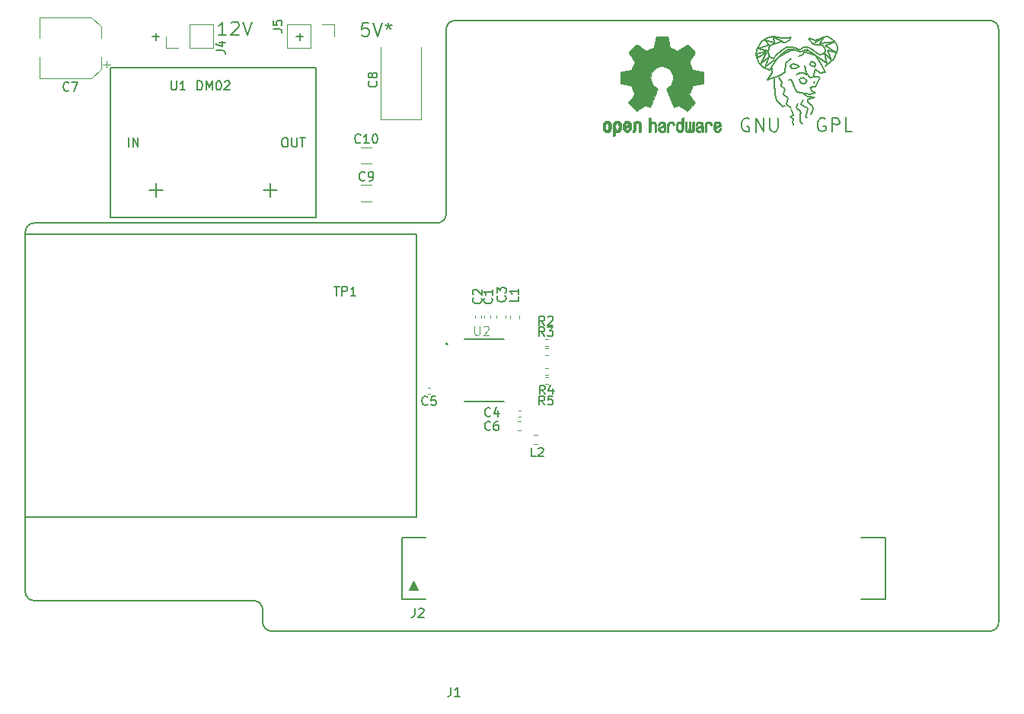
<source format=gto>
%TF.GenerationSoftware,KiCad,Pcbnew,(5.1.9)-1*%
%TF.CreationDate,2021-06-12T00:32:34+08:00*%
%TF.ProjectId,V1,56312e6b-6963-4616-945f-706362585858,rev?*%
%TF.SameCoordinates,Original*%
%TF.FileFunction,Legend,Top*%
%TF.FilePolarity,Positive*%
%FSLAX46Y46*%
G04 Gerber Fmt 4.6, Leading zero omitted, Abs format (unit mm)*
G04 Created by KiCad (PCBNEW (5.1.9)-1) date 2021-06-12 00:32:34*
%MOMM*%
%LPD*%
G01*
G04 APERTURE LIST*
%ADD10C,0.200000*%
%ADD11C,0.150000*%
%ADD12C,0.010000*%
%ADD13C,0.152400*%
%ADD14C,0.100000*%
%ADD15C,0.127000*%
%ADD16C,0.120000*%
%ADD17C,0.015000*%
G04 APERTURE END LIST*
D10*
X121919952Y-54046428D02*
X121158047Y-54046428D01*
X121539000Y-54427380D02*
X121539000Y-53665476D01*
X105917952Y-54046428D02*
X105156047Y-54046428D01*
X105537000Y-54427380D02*
X105537000Y-53665476D01*
D11*
X129190857Y-52518571D02*
X128476571Y-52518571D01*
X128405142Y-53232857D01*
X128476571Y-53161428D01*
X128619428Y-53090000D01*
X128976571Y-53090000D01*
X129119428Y-53161428D01*
X129190857Y-53232857D01*
X129262285Y-53375714D01*
X129262285Y-53732857D01*
X129190857Y-53875714D01*
X129119428Y-53947142D01*
X128976571Y-54018571D01*
X128619428Y-54018571D01*
X128476571Y-53947142D01*
X128405142Y-53875714D01*
X129690857Y-52518571D02*
X130190857Y-54018571D01*
X130690857Y-52518571D01*
X131405142Y-52518571D02*
X131405142Y-52875714D01*
X131048000Y-52732857D02*
X131405142Y-52875714D01*
X131762285Y-52732857D01*
X131190857Y-53161428D02*
X131405142Y-52875714D01*
X131619428Y-53161428D01*
X113371428Y-53891571D02*
X112514285Y-53891571D01*
X112942857Y-53891571D02*
X112942857Y-52391571D01*
X112800000Y-52605857D01*
X112657142Y-52748714D01*
X112514285Y-52820142D01*
X113942857Y-52534428D02*
X114014285Y-52463000D01*
X114157142Y-52391571D01*
X114514285Y-52391571D01*
X114657142Y-52463000D01*
X114728571Y-52534428D01*
X114800000Y-52677285D01*
X114800000Y-52820142D01*
X114728571Y-53034428D01*
X113871428Y-53891571D01*
X114800000Y-53891571D01*
X115228571Y-52391571D02*
X115728571Y-53891571D01*
X116228571Y-52391571D01*
D12*
G36*
X162007014Y-54015998D02*
G01*
X162165006Y-54016863D01*
X162279347Y-54019205D01*
X162357407Y-54023762D01*
X162406554Y-54031270D01*
X162434159Y-54042466D01*
X162447592Y-54058088D01*
X162454221Y-54078873D01*
X162454865Y-54081563D01*
X162464935Y-54130113D01*
X162483575Y-54225905D01*
X162508845Y-54358743D01*
X162538807Y-54518431D01*
X162571522Y-54694774D01*
X162572664Y-54700967D01*
X162605433Y-54873782D01*
X162636093Y-55026469D01*
X162662664Y-55149871D01*
X162683167Y-55234831D01*
X162695626Y-55272190D01*
X162696220Y-55272852D01*
X162732919Y-55291095D01*
X162808586Y-55321497D01*
X162906878Y-55357493D01*
X162907425Y-55357685D01*
X163031233Y-55404222D01*
X163177196Y-55463504D01*
X163314781Y-55523109D01*
X163321293Y-55526056D01*
X163545390Y-55627765D01*
X164041619Y-55288897D01*
X164193846Y-55185592D01*
X164331741Y-55093237D01*
X164447315Y-55017084D01*
X164532579Y-54962385D01*
X164579544Y-54934393D01*
X164584004Y-54932317D01*
X164618134Y-54941560D01*
X164681881Y-54986156D01*
X164777731Y-55068209D01*
X164908169Y-55189821D01*
X165041328Y-55319205D01*
X165169694Y-55446702D01*
X165284581Y-55563046D01*
X165379073Y-55661052D01*
X165446253Y-55733536D01*
X165479206Y-55773313D01*
X165480432Y-55775361D01*
X165484074Y-55802656D01*
X165470350Y-55847234D01*
X165435869Y-55915112D01*
X165377239Y-56012311D01*
X165291070Y-56144851D01*
X165176200Y-56315476D01*
X165074254Y-56465655D01*
X164983123Y-56600350D01*
X164908073Y-56711740D01*
X164854369Y-56792005D01*
X164827280Y-56833325D01*
X164825574Y-56836130D01*
X164828882Y-56875721D01*
X164853953Y-56952669D01*
X164895798Y-57052432D01*
X164910712Y-57084291D01*
X164975786Y-57226226D01*
X165045212Y-57387273D01*
X165101609Y-57526621D01*
X165142247Y-57630044D01*
X165174526Y-57708642D01*
X165193178Y-57749720D01*
X165195497Y-57752885D01*
X165229803Y-57758128D01*
X165310669Y-57772494D01*
X165427343Y-57793937D01*
X165569075Y-57820413D01*
X165725110Y-57849877D01*
X165884698Y-57880283D01*
X166037085Y-57909588D01*
X166171521Y-57935745D01*
X166277252Y-57956710D01*
X166343526Y-57970439D01*
X166359782Y-57974320D01*
X166376573Y-57983900D01*
X166389249Y-58005536D01*
X166398378Y-58046531D01*
X166404531Y-58114189D01*
X166408280Y-58215812D01*
X166410192Y-58358703D01*
X166410840Y-58550165D01*
X166410874Y-58628645D01*
X166410874Y-59266906D01*
X166257598Y-59297160D01*
X166172322Y-59313564D01*
X166045070Y-59337509D01*
X165891315Y-59366107D01*
X165726534Y-59396467D01*
X165680989Y-59404806D01*
X165528932Y-59434370D01*
X165396468Y-59463442D01*
X165294714Y-59489329D01*
X165234788Y-59509337D01*
X165224805Y-59515301D01*
X165200293Y-59557534D01*
X165165148Y-59639370D01*
X165126173Y-59744683D01*
X165118442Y-59767368D01*
X165067360Y-59908018D01*
X165003954Y-60066714D01*
X164941904Y-60209225D01*
X164941598Y-60209886D01*
X164838267Y-60433440D01*
X165517961Y-61433232D01*
X165081621Y-61870300D01*
X164949649Y-62000381D01*
X164829279Y-62115048D01*
X164727273Y-62208181D01*
X164650391Y-62273658D01*
X164605393Y-62305357D01*
X164598938Y-62307368D01*
X164561040Y-62291529D01*
X164483708Y-62247496D01*
X164375389Y-62180490D01*
X164244532Y-62095734D01*
X164103052Y-62000816D01*
X163959461Y-61903998D01*
X163831435Y-61819751D01*
X163727105Y-61753258D01*
X163654600Y-61709702D01*
X163622158Y-61694264D01*
X163582576Y-61707328D01*
X163507519Y-61741750D01*
X163412468Y-61790380D01*
X163402392Y-61795785D01*
X163274391Y-61859980D01*
X163186618Y-61891463D01*
X163132028Y-61891798D01*
X163103575Y-61862548D01*
X163103410Y-61862138D01*
X163089188Y-61827498D01*
X163055269Y-61745269D01*
X163004284Y-61621814D01*
X162938862Y-61463498D01*
X162861634Y-61276686D01*
X162775229Y-61067742D01*
X162691551Y-60865446D01*
X162599588Y-60642200D01*
X162515150Y-60435392D01*
X162440769Y-60251362D01*
X162378974Y-60096451D01*
X162332297Y-59976996D01*
X162303268Y-59899339D01*
X162294322Y-59870356D01*
X162316756Y-59837110D01*
X162375439Y-59784123D01*
X162453689Y-59725704D01*
X162676534Y-59540952D01*
X162850718Y-59329182D01*
X162974154Y-59094856D01*
X163044754Y-58842434D01*
X163060431Y-58576377D01*
X163049036Y-58453575D01*
X162986950Y-58198793D01*
X162880023Y-57973801D01*
X162734889Y-57780817D01*
X162558178Y-57622061D01*
X162356522Y-57499750D01*
X162136554Y-57416105D01*
X161904906Y-57373344D01*
X161668209Y-57373687D01*
X161433095Y-57419352D01*
X161206196Y-57512559D01*
X160994144Y-57655527D01*
X160905636Y-57736383D01*
X160735889Y-57944007D01*
X160617699Y-58170895D01*
X160550278Y-58410433D01*
X160532840Y-58656007D01*
X160564598Y-58901003D01*
X160644765Y-59138808D01*
X160772555Y-59362807D01*
X160947180Y-59566387D01*
X161142312Y-59725704D01*
X161223591Y-59786602D01*
X161281009Y-59839015D01*
X161301678Y-59870406D01*
X161290856Y-59904639D01*
X161260077Y-59986419D01*
X161211874Y-60109407D01*
X161148778Y-60267263D01*
X161073322Y-60453649D01*
X160988038Y-60662226D01*
X160904219Y-60865496D01*
X160811745Y-61088933D01*
X160726089Y-61295984D01*
X160649882Y-61480286D01*
X160585753Y-61635475D01*
X160536332Y-61755188D01*
X160504248Y-61833061D01*
X160492359Y-61862138D01*
X160464274Y-61891677D01*
X160409949Y-61891591D01*
X160322395Y-61860326D01*
X160194619Y-61796329D01*
X160193608Y-61795785D01*
X160097402Y-61746121D01*
X160019631Y-61709945D01*
X159975777Y-61694408D01*
X159973842Y-61694264D01*
X159940829Y-61710024D01*
X159867946Y-61753850D01*
X159763322Y-61820557D01*
X159635090Y-61904964D01*
X159492948Y-62000816D01*
X159348233Y-62097867D01*
X159217804Y-62182270D01*
X159110110Y-62248801D01*
X159033598Y-62292238D01*
X158997062Y-62307368D01*
X158963418Y-62287482D01*
X158895776Y-62231903D01*
X158800893Y-62146754D01*
X158685530Y-62038153D01*
X158556445Y-61912221D01*
X158514229Y-61870149D01*
X158077739Y-61432931D01*
X158409977Y-60945340D01*
X158510946Y-60795605D01*
X158599562Y-60661220D01*
X158670854Y-60549969D01*
X158719850Y-60469639D01*
X158741578Y-60428014D01*
X158742215Y-60425053D01*
X158730760Y-60385818D01*
X158699949Y-60306895D01*
X158655116Y-60201509D01*
X158623647Y-60130954D01*
X158564808Y-59995876D01*
X158509396Y-59859409D01*
X158466436Y-59744103D01*
X158454766Y-59708977D01*
X158421611Y-59615174D01*
X158389201Y-59542694D01*
X158371399Y-59515301D01*
X158332114Y-59498536D01*
X158246374Y-59474770D01*
X158125303Y-59446697D01*
X157980027Y-59417009D01*
X157915012Y-59404806D01*
X157749913Y-59374468D01*
X157591552Y-59345093D01*
X157455404Y-59319569D01*
X157356943Y-59300785D01*
X157338402Y-59297160D01*
X157185127Y-59266906D01*
X157185127Y-58628645D01*
X157185471Y-58418770D01*
X157186884Y-58259980D01*
X157189936Y-58144973D01*
X157195197Y-58066446D01*
X157203237Y-58017096D01*
X157214627Y-57989619D01*
X157229937Y-57976713D01*
X157236218Y-57974320D01*
X157274104Y-57965833D01*
X157357805Y-57948900D01*
X157476567Y-57925566D01*
X157619639Y-57897875D01*
X157776268Y-57867873D01*
X157935703Y-57837604D01*
X158087191Y-57809115D01*
X158219981Y-57784449D01*
X158323319Y-57765651D01*
X158386455Y-57754767D01*
X158400503Y-57752885D01*
X158413230Y-57727704D01*
X158441400Y-57660622D01*
X158479748Y-57564333D01*
X158494391Y-57526621D01*
X158553452Y-57380921D01*
X158623000Y-57219951D01*
X158685288Y-57084291D01*
X158731121Y-56980561D01*
X158761613Y-56895326D01*
X158771792Y-56843126D01*
X158770169Y-56836130D01*
X158748657Y-56803102D01*
X158699535Y-56729643D01*
X158628077Y-56623577D01*
X158539555Y-56492726D01*
X158439241Y-56344912D01*
X158419406Y-56315734D01*
X158303012Y-56142863D01*
X158217452Y-56011226D01*
X158159316Y-55914761D01*
X158125192Y-55847408D01*
X158111669Y-55803106D01*
X158115336Y-55775794D01*
X158115430Y-55775620D01*
X158144293Y-55739746D01*
X158208133Y-55670391D01*
X158300031Y-55574745D01*
X158413067Y-55459999D01*
X158540321Y-55333341D01*
X158554672Y-55319205D01*
X158715043Y-55163903D01*
X158838805Y-55049870D01*
X158928445Y-54975002D01*
X158986448Y-54937196D01*
X159011996Y-54932317D01*
X159049282Y-54953603D01*
X159126657Y-55002773D01*
X159236133Y-55074575D01*
X159369720Y-55163755D01*
X159519430Y-55265063D01*
X159554382Y-55288897D01*
X160050610Y-55627765D01*
X160274707Y-55526056D01*
X160410989Y-55466783D01*
X160557276Y-55407170D01*
X160683035Y-55359640D01*
X160688575Y-55357685D01*
X160786943Y-55321677D01*
X160862771Y-55291229D01*
X160899718Y-55272905D01*
X160899780Y-55272852D01*
X160911504Y-55239729D01*
X160931432Y-55158267D01*
X160957587Y-55037625D01*
X160987990Y-54886959D01*
X161020663Y-54715428D01*
X161023336Y-54700967D01*
X161056110Y-54524235D01*
X161086198Y-54363810D01*
X161111661Y-54229888D01*
X161130559Y-54132663D01*
X161140953Y-54082332D01*
X161141135Y-54081563D01*
X161147461Y-54060153D01*
X161159761Y-54043988D01*
X161185406Y-54032331D01*
X161231765Y-54024445D01*
X161306208Y-54019593D01*
X161416105Y-54017039D01*
X161568825Y-54016045D01*
X161771738Y-54015874D01*
X161798000Y-54015874D01*
X162007014Y-54015998D01*
G37*
X162007014Y-54015998D02*
X162165006Y-54016863D01*
X162279347Y-54019205D01*
X162357407Y-54023762D01*
X162406554Y-54031270D01*
X162434159Y-54042466D01*
X162447592Y-54058088D01*
X162454221Y-54078873D01*
X162454865Y-54081563D01*
X162464935Y-54130113D01*
X162483575Y-54225905D01*
X162508845Y-54358743D01*
X162538807Y-54518431D01*
X162571522Y-54694774D01*
X162572664Y-54700967D01*
X162605433Y-54873782D01*
X162636093Y-55026469D01*
X162662664Y-55149871D01*
X162683167Y-55234831D01*
X162695626Y-55272190D01*
X162696220Y-55272852D01*
X162732919Y-55291095D01*
X162808586Y-55321497D01*
X162906878Y-55357493D01*
X162907425Y-55357685D01*
X163031233Y-55404222D01*
X163177196Y-55463504D01*
X163314781Y-55523109D01*
X163321293Y-55526056D01*
X163545390Y-55627765D01*
X164041619Y-55288897D01*
X164193846Y-55185592D01*
X164331741Y-55093237D01*
X164447315Y-55017084D01*
X164532579Y-54962385D01*
X164579544Y-54934393D01*
X164584004Y-54932317D01*
X164618134Y-54941560D01*
X164681881Y-54986156D01*
X164777731Y-55068209D01*
X164908169Y-55189821D01*
X165041328Y-55319205D01*
X165169694Y-55446702D01*
X165284581Y-55563046D01*
X165379073Y-55661052D01*
X165446253Y-55733536D01*
X165479206Y-55773313D01*
X165480432Y-55775361D01*
X165484074Y-55802656D01*
X165470350Y-55847234D01*
X165435869Y-55915112D01*
X165377239Y-56012311D01*
X165291070Y-56144851D01*
X165176200Y-56315476D01*
X165074254Y-56465655D01*
X164983123Y-56600350D01*
X164908073Y-56711740D01*
X164854369Y-56792005D01*
X164827280Y-56833325D01*
X164825574Y-56836130D01*
X164828882Y-56875721D01*
X164853953Y-56952669D01*
X164895798Y-57052432D01*
X164910712Y-57084291D01*
X164975786Y-57226226D01*
X165045212Y-57387273D01*
X165101609Y-57526621D01*
X165142247Y-57630044D01*
X165174526Y-57708642D01*
X165193178Y-57749720D01*
X165195497Y-57752885D01*
X165229803Y-57758128D01*
X165310669Y-57772494D01*
X165427343Y-57793937D01*
X165569075Y-57820413D01*
X165725110Y-57849877D01*
X165884698Y-57880283D01*
X166037085Y-57909588D01*
X166171521Y-57935745D01*
X166277252Y-57956710D01*
X166343526Y-57970439D01*
X166359782Y-57974320D01*
X166376573Y-57983900D01*
X166389249Y-58005536D01*
X166398378Y-58046531D01*
X166404531Y-58114189D01*
X166408280Y-58215812D01*
X166410192Y-58358703D01*
X166410840Y-58550165D01*
X166410874Y-58628645D01*
X166410874Y-59266906D01*
X166257598Y-59297160D01*
X166172322Y-59313564D01*
X166045070Y-59337509D01*
X165891315Y-59366107D01*
X165726534Y-59396467D01*
X165680989Y-59404806D01*
X165528932Y-59434370D01*
X165396468Y-59463442D01*
X165294714Y-59489329D01*
X165234788Y-59509337D01*
X165224805Y-59515301D01*
X165200293Y-59557534D01*
X165165148Y-59639370D01*
X165126173Y-59744683D01*
X165118442Y-59767368D01*
X165067360Y-59908018D01*
X165003954Y-60066714D01*
X164941904Y-60209225D01*
X164941598Y-60209886D01*
X164838267Y-60433440D01*
X165517961Y-61433232D01*
X165081621Y-61870300D01*
X164949649Y-62000381D01*
X164829279Y-62115048D01*
X164727273Y-62208181D01*
X164650391Y-62273658D01*
X164605393Y-62305357D01*
X164598938Y-62307368D01*
X164561040Y-62291529D01*
X164483708Y-62247496D01*
X164375389Y-62180490D01*
X164244532Y-62095734D01*
X164103052Y-62000816D01*
X163959461Y-61903998D01*
X163831435Y-61819751D01*
X163727105Y-61753258D01*
X163654600Y-61709702D01*
X163622158Y-61694264D01*
X163582576Y-61707328D01*
X163507519Y-61741750D01*
X163412468Y-61790380D01*
X163402392Y-61795785D01*
X163274391Y-61859980D01*
X163186618Y-61891463D01*
X163132028Y-61891798D01*
X163103575Y-61862548D01*
X163103410Y-61862138D01*
X163089188Y-61827498D01*
X163055269Y-61745269D01*
X163004284Y-61621814D01*
X162938862Y-61463498D01*
X162861634Y-61276686D01*
X162775229Y-61067742D01*
X162691551Y-60865446D01*
X162599588Y-60642200D01*
X162515150Y-60435392D01*
X162440769Y-60251362D01*
X162378974Y-60096451D01*
X162332297Y-59976996D01*
X162303268Y-59899339D01*
X162294322Y-59870356D01*
X162316756Y-59837110D01*
X162375439Y-59784123D01*
X162453689Y-59725704D01*
X162676534Y-59540952D01*
X162850718Y-59329182D01*
X162974154Y-59094856D01*
X163044754Y-58842434D01*
X163060431Y-58576377D01*
X163049036Y-58453575D01*
X162986950Y-58198793D01*
X162880023Y-57973801D01*
X162734889Y-57780817D01*
X162558178Y-57622061D01*
X162356522Y-57499750D01*
X162136554Y-57416105D01*
X161904906Y-57373344D01*
X161668209Y-57373687D01*
X161433095Y-57419352D01*
X161206196Y-57512559D01*
X160994144Y-57655527D01*
X160905636Y-57736383D01*
X160735889Y-57944007D01*
X160617699Y-58170895D01*
X160550278Y-58410433D01*
X160532840Y-58656007D01*
X160564598Y-58901003D01*
X160644765Y-59138808D01*
X160772555Y-59362807D01*
X160947180Y-59566387D01*
X161142312Y-59725704D01*
X161223591Y-59786602D01*
X161281009Y-59839015D01*
X161301678Y-59870406D01*
X161290856Y-59904639D01*
X161260077Y-59986419D01*
X161211874Y-60109407D01*
X161148778Y-60267263D01*
X161073322Y-60453649D01*
X160988038Y-60662226D01*
X160904219Y-60865496D01*
X160811745Y-61088933D01*
X160726089Y-61295984D01*
X160649882Y-61480286D01*
X160585753Y-61635475D01*
X160536332Y-61755188D01*
X160504248Y-61833061D01*
X160492359Y-61862138D01*
X160464274Y-61891677D01*
X160409949Y-61891591D01*
X160322395Y-61860326D01*
X160194619Y-61796329D01*
X160193608Y-61795785D01*
X160097402Y-61746121D01*
X160019631Y-61709945D01*
X159975777Y-61694408D01*
X159973842Y-61694264D01*
X159940829Y-61710024D01*
X159867946Y-61753850D01*
X159763322Y-61820557D01*
X159635090Y-61904964D01*
X159492948Y-62000816D01*
X159348233Y-62097867D01*
X159217804Y-62182270D01*
X159110110Y-62248801D01*
X159033598Y-62292238D01*
X158997062Y-62307368D01*
X158963418Y-62287482D01*
X158895776Y-62231903D01*
X158800893Y-62146754D01*
X158685530Y-62038153D01*
X158556445Y-61912221D01*
X158514229Y-61870149D01*
X158077739Y-61432931D01*
X158409977Y-60945340D01*
X158510946Y-60795605D01*
X158599562Y-60661220D01*
X158670854Y-60549969D01*
X158719850Y-60469639D01*
X158741578Y-60428014D01*
X158742215Y-60425053D01*
X158730760Y-60385818D01*
X158699949Y-60306895D01*
X158655116Y-60201509D01*
X158623647Y-60130954D01*
X158564808Y-59995876D01*
X158509396Y-59859409D01*
X158466436Y-59744103D01*
X158454766Y-59708977D01*
X158421611Y-59615174D01*
X158389201Y-59542694D01*
X158371399Y-59515301D01*
X158332114Y-59498536D01*
X158246374Y-59474770D01*
X158125303Y-59446697D01*
X157980027Y-59417009D01*
X157915012Y-59404806D01*
X157749913Y-59374468D01*
X157591552Y-59345093D01*
X157455404Y-59319569D01*
X157356943Y-59300785D01*
X157338402Y-59297160D01*
X157185127Y-59266906D01*
X157185127Y-58628645D01*
X157185471Y-58418770D01*
X157186884Y-58259980D01*
X157189936Y-58144973D01*
X157195197Y-58066446D01*
X157203237Y-58017096D01*
X157214627Y-57989619D01*
X157229937Y-57976713D01*
X157236218Y-57974320D01*
X157274104Y-57965833D01*
X157357805Y-57948900D01*
X157476567Y-57925566D01*
X157619639Y-57897875D01*
X157776268Y-57867873D01*
X157935703Y-57837604D01*
X158087191Y-57809115D01*
X158219981Y-57784449D01*
X158323319Y-57765651D01*
X158386455Y-57754767D01*
X158400503Y-57752885D01*
X158413230Y-57727704D01*
X158441400Y-57660622D01*
X158479748Y-57564333D01*
X158494391Y-57526621D01*
X158553452Y-57380921D01*
X158623000Y-57219951D01*
X158685288Y-57084291D01*
X158731121Y-56980561D01*
X158761613Y-56895326D01*
X158771792Y-56843126D01*
X158770169Y-56836130D01*
X158748657Y-56803102D01*
X158699535Y-56729643D01*
X158628077Y-56623577D01*
X158539555Y-56492726D01*
X158439241Y-56344912D01*
X158419406Y-56315734D01*
X158303012Y-56142863D01*
X158217452Y-56011226D01*
X158159316Y-55914761D01*
X158125192Y-55847408D01*
X158111669Y-55803106D01*
X158115336Y-55775794D01*
X158115430Y-55775620D01*
X158144293Y-55739746D01*
X158208133Y-55670391D01*
X158300031Y-55574745D01*
X158413067Y-55459999D01*
X158540321Y-55333341D01*
X158554672Y-55319205D01*
X158715043Y-55163903D01*
X158838805Y-55049870D01*
X158928445Y-54975002D01*
X158986448Y-54937196D01*
X159011996Y-54932317D01*
X159049282Y-54953603D01*
X159126657Y-55002773D01*
X159236133Y-55074575D01*
X159369720Y-55163755D01*
X159519430Y-55265063D01*
X159554382Y-55288897D01*
X160050610Y-55627765D01*
X160274707Y-55526056D01*
X160410989Y-55466783D01*
X160557276Y-55407170D01*
X160683035Y-55359640D01*
X160688575Y-55357685D01*
X160786943Y-55321677D01*
X160862771Y-55291229D01*
X160899718Y-55272905D01*
X160899780Y-55272852D01*
X160911504Y-55239729D01*
X160931432Y-55158267D01*
X160957587Y-55037625D01*
X160987990Y-54886959D01*
X161020663Y-54715428D01*
X161023336Y-54700967D01*
X161056110Y-54524235D01*
X161086198Y-54363810D01*
X161111661Y-54229888D01*
X161130559Y-54132663D01*
X161140953Y-54082332D01*
X161141135Y-54081563D01*
X161147461Y-54060153D01*
X161159761Y-54043988D01*
X161185406Y-54032331D01*
X161231765Y-54024445D01*
X161306208Y-54019593D01*
X161416105Y-54017039D01*
X161568825Y-54016045D01*
X161771738Y-54015874D01*
X161798000Y-54015874D01*
X162007014Y-54015998D01*
G36*
X168141439Y-63519540D02*
G01*
X168256950Y-63595034D01*
X168312664Y-63662617D01*
X168356804Y-63785255D01*
X168360309Y-63882298D01*
X168352368Y-64012056D01*
X168053115Y-64143039D01*
X167907611Y-64209958D01*
X167812537Y-64263790D01*
X167763101Y-64310416D01*
X167754511Y-64355720D01*
X167781972Y-64405582D01*
X167812253Y-64438632D01*
X167900363Y-64491633D01*
X167996196Y-64495347D01*
X168084212Y-64454041D01*
X168148869Y-64371983D01*
X168160433Y-64343008D01*
X168215825Y-64252509D01*
X168279553Y-64213940D01*
X168366966Y-64180946D01*
X168366966Y-64306034D01*
X168359238Y-64391156D01*
X168328966Y-64462938D01*
X168265518Y-64545356D01*
X168256088Y-64556066D01*
X168185513Y-64629391D01*
X168124847Y-64668742D01*
X168048950Y-64686845D01*
X167986030Y-64692774D01*
X167873487Y-64694251D01*
X167793370Y-64675535D01*
X167743390Y-64647747D01*
X167664838Y-64586641D01*
X167610463Y-64520554D01*
X167576052Y-64437441D01*
X167557388Y-64325254D01*
X167550256Y-64171946D01*
X167549687Y-64094136D01*
X167551622Y-64000853D01*
X167727899Y-64000853D01*
X167729944Y-64050896D01*
X167735039Y-64059092D01*
X167768666Y-64047958D01*
X167841030Y-64018493D01*
X167937747Y-63976601D01*
X167957973Y-63967597D01*
X168080203Y-63905442D01*
X168147547Y-63850815D01*
X168162348Y-63799649D01*
X168126947Y-63747876D01*
X168097711Y-63725000D01*
X167992216Y-63679250D01*
X167893476Y-63686808D01*
X167810812Y-63742651D01*
X167753548Y-63841753D01*
X167735188Y-63920414D01*
X167727899Y-64000853D01*
X167551622Y-64000853D01*
X167553459Y-63912351D01*
X167567359Y-63777853D01*
X167594894Y-63679916D01*
X167639572Y-63607811D01*
X167704901Y-63550813D01*
X167733383Y-63532393D01*
X167862763Y-63484422D01*
X168004412Y-63481403D01*
X168141439Y-63519540D01*
G37*
X168141439Y-63519540D02*
X168256950Y-63595034D01*
X168312664Y-63662617D01*
X168356804Y-63785255D01*
X168360309Y-63882298D01*
X168352368Y-64012056D01*
X168053115Y-64143039D01*
X167907611Y-64209958D01*
X167812537Y-64263790D01*
X167763101Y-64310416D01*
X167754511Y-64355720D01*
X167781972Y-64405582D01*
X167812253Y-64438632D01*
X167900363Y-64491633D01*
X167996196Y-64495347D01*
X168084212Y-64454041D01*
X168148869Y-64371983D01*
X168160433Y-64343008D01*
X168215825Y-64252509D01*
X168279553Y-64213940D01*
X168366966Y-64180946D01*
X168366966Y-64306034D01*
X168359238Y-64391156D01*
X168328966Y-64462938D01*
X168265518Y-64545356D01*
X168256088Y-64556066D01*
X168185513Y-64629391D01*
X168124847Y-64668742D01*
X168048950Y-64686845D01*
X167986030Y-64692774D01*
X167873487Y-64694251D01*
X167793370Y-64675535D01*
X167743390Y-64647747D01*
X167664838Y-64586641D01*
X167610463Y-64520554D01*
X167576052Y-64437441D01*
X167557388Y-64325254D01*
X167550256Y-64171946D01*
X167549687Y-64094136D01*
X167551622Y-64000853D01*
X167727899Y-64000853D01*
X167729944Y-64050896D01*
X167735039Y-64059092D01*
X167768666Y-64047958D01*
X167841030Y-64018493D01*
X167937747Y-63976601D01*
X167957973Y-63967597D01*
X168080203Y-63905442D01*
X168147547Y-63850815D01*
X168162348Y-63799649D01*
X168126947Y-63747876D01*
X168097711Y-63725000D01*
X167992216Y-63679250D01*
X167893476Y-63686808D01*
X167810812Y-63742651D01*
X167753548Y-63841753D01*
X167735188Y-63920414D01*
X167727899Y-64000853D01*
X167551622Y-64000853D01*
X167553459Y-63912351D01*
X167567359Y-63777853D01*
X167594894Y-63679916D01*
X167639572Y-63607811D01*
X167704901Y-63550813D01*
X167733383Y-63532393D01*
X167862763Y-63484422D01*
X168004412Y-63481403D01*
X168141439Y-63519540D01*
G36*
X167133690Y-63503018D02*
G01*
X167168585Y-63518269D01*
X167251877Y-63584235D01*
X167323103Y-63679618D01*
X167367153Y-63781406D01*
X167374322Y-63831587D01*
X167350285Y-63901647D01*
X167297561Y-63938717D01*
X167241031Y-63961164D01*
X167215146Y-63965300D01*
X167202542Y-63935283D01*
X167177654Y-63869961D01*
X167166735Y-63840445D01*
X167105508Y-63738348D01*
X167016861Y-63687423D01*
X166903193Y-63688989D01*
X166894774Y-63690994D01*
X166834088Y-63719767D01*
X166789474Y-63775859D01*
X166759002Y-63866163D01*
X166740744Y-63997571D01*
X166732771Y-64176974D01*
X166732023Y-64272433D01*
X166731652Y-64422913D01*
X166729223Y-64525495D01*
X166722760Y-64590672D01*
X166710288Y-64628938D01*
X166689833Y-64650785D01*
X166659419Y-64666707D01*
X166657661Y-64667509D01*
X166599091Y-64692272D01*
X166570075Y-64701391D01*
X166565616Y-64673822D01*
X166561799Y-64597620D01*
X166558899Y-64482541D01*
X166557191Y-64338341D01*
X166556851Y-64232814D01*
X166558588Y-64028613D01*
X166565382Y-63873697D01*
X166579607Y-63759024D01*
X166603638Y-63675551D01*
X166639848Y-63614236D01*
X166690612Y-63566034D01*
X166740739Y-63532393D01*
X166861275Y-63487619D01*
X167001557Y-63477521D01*
X167133690Y-63503018D01*
G37*
X167133690Y-63503018D02*
X167168585Y-63518269D01*
X167251877Y-63584235D01*
X167323103Y-63679618D01*
X167367153Y-63781406D01*
X167374322Y-63831587D01*
X167350285Y-63901647D01*
X167297561Y-63938717D01*
X167241031Y-63961164D01*
X167215146Y-63965300D01*
X167202542Y-63935283D01*
X167177654Y-63869961D01*
X167166735Y-63840445D01*
X167105508Y-63738348D01*
X167016861Y-63687423D01*
X166903193Y-63688989D01*
X166894774Y-63690994D01*
X166834088Y-63719767D01*
X166789474Y-63775859D01*
X166759002Y-63866163D01*
X166740744Y-63997571D01*
X166732771Y-64176974D01*
X166732023Y-64272433D01*
X166731652Y-64422913D01*
X166729223Y-64525495D01*
X166722760Y-64590672D01*
X166710288Y-64628938D01*
X166689833Y-64650785D01*
X166659419Y-64666707D01*
X166657661Y-64667509D01*
X166599091Y-64692272D01*
X166570075Y-64701391D01*
X166565616Y-64673822D01*
X166561799Y-64597620D01*
X166558899Y-64482541D01*
X166557191Y-64338341D01*
X166556851Y-64232814D01*
X166558588Y-64028613D01*
X166565382Y-63873697D01*
X166579607Y-63759024D01*
X166603638Y-63675551D01*
X166639848Y-63614236D01*
X166690612Y-63566034D01*
X166740739Y-63532393D01*
X166861275Y-63487619D01*
X167001557Y-63477521D01*
X167133690Y-63503018D01*
G36*
X166112406Y-63498156D02*
G01*
X166196469Y-63536393D01*
X166262450Y-63582726D01*
X166310794Y-63634532D01*
X166344172Y-63701363D01*
X166365253Y-63792769D01*
X166376707Y-63918301D01*
X166381203Y-64087508D01*
X166381678Y-64198933D01*
X166381678Y-64633627D01*
X166307316Y-64667509D01*
X166248746Y-64692272D01*
X166219730Y-64701391D01*
X166214179Y-64674257D01*
X166209775Y-64601094D01*
X166207078Y-64494263D01*
X166206506Y-64409437D01*
X166204046Y-64286887D01*
X166197412Y-64189668D01*
X166187726Y-64130134D01*
X166180032Y-64117483D01*
X166128311Y-64130402D01*
X166047117Y-64163539D01*
X165953102Y-64208461D01*
X165862917Y-64256735D01*
X165793215Y-64299928D01*
X165760648Y-64329608D01*
X165760519Y-64329929D01*
X165763320Y-64384857D01*
X165788439Y-64437292D01*
X165832541Y-64479881D01*
X165896909Y-64494126D01*
X165951921Y-64492466D01*
X166029835Y-64491245D01*
X166070732Y-64509498D01*
X166095295Y-64557726D01*
X166098392Y-64566820D01*
X166109040Y-64635598D01*
X166080565Y-64677360D01*
X166006344Y-64697263D01*
X165926168Y-64700944D01*
X165781890Y-64673658D01*
X165707203Y-64634690D01*
X165614963Y-64543148D01*
X165566043Y-64430782D01*
X165561654Y-64312051D01*
X165603001Y-64201411D01*
X165665197Y-64132080D01*
X165727294Y-64093265D01*
X165824895Y-64044125D01*
X165938632Y-63994292D01*
X165957590Y-63986677D01*
X166082521Y-63931545D01*
X166154539Y-63882954D01*
X166177700Y-63834647D01*
X166156064Y-63780370D01*
X166118920Y-63737943D01*
X166031127Y-63685702D01*
X165934530Y-63681784D01*
X165845944Y-63722041D01*
X165782186Y-63802326D01*
X165773817Y-63823040D01*
X165725096Y-63899225D01*
X165653965Y-63955785D01*
X165564207Y-64002201D01*
X165564207Y-63870584D01*
X165569490Y-63790168D01*
X165592142Y-63726786D01*
X165642367Y-63659163D01*
X165690582Y-63607076D01*
X165765554Y-63533322D01*
X165823806Y-63493702D01*
X165886372Y-63477810D01*
X165957193Y-63475184D01*
X166112406Y-63498156D01*
G37*
X166112406Y-63498156D02*
X166196469Y-63536393D01*
X166262450Y-63582726D01*
X166310794Y-63634532D01*
X166344172Y-63701363D01*
X166365253Y-63792769D01*
X166376707Y-63918301D01*
X166381203Y-64087508D01*
X166381678Y-64198933D01*
X166381678Y-64633627D01*
X166307316Y-64667509D01*
X166248746Y-64692272D01*
X166219730Y-64701391D01*
X166214179Y-64674257D01*
X166209775Y-64601094D01*
X166207078Y-64494263D01*
X166206506Y-64409437D01*
X166204046Y-64286887D01*
X166197412Y-64189668D01*
X166187726Y-64130134D01*
X166180032Y-64117483D01*
X166128311Y-64130402D01*
X166047117Y-64163539D01*
X165953102Y-64208461D01*
X165862917Y-64256735D01*
X165793215Y-64299928D01*
X165760648Y-64329608D01*
X165760519Y-64329929D01*
X165763320Y-64384857D01*
X165788439Y-64437292D01*
X165832541Y-64479881D01*
X165896909Y-64494126D01*
X165951921Y-64492466D01*
X166029835Y-64491245D01*
X166070732Y-64509498D01*
X166095295Y-64557726D01*
X166098392Y-64566820D01*
X166109040Y-64635598D01*
X166080565Y-64677360D01*
X166006344Y-64697263D01*
X165926168Y-64700944D01*
X165781890Y-64673658D01*
X165707203Y-64634690D01*
X165614963Y-64543148D01*
X165566043Y-64430782D01*
X165561654Y-64312051D01*
X165603001Y-64201411D01*
X165665197Y-64132080D01*
X165727294Y-64093265D01*
X165824895Y-64044125D01*
X165938632Y-63994292D01*
X165957590Y-63986677D01*
X166082521Y-63931545D01*
X166154539Y-63882954D01*
X166177700Y-63834647D01*
X166156064Y-63780370D01*
X166118920Y-63737943D01*
X166031127Y-63685702D01*
X165934530Y-63681784D01*
X165845944Y-63722041D01*
X165782186Y-63802326D01*
X165773817Y-63823040D01*
X165725096Y-63899225D01*
X165653965Y-63955785D01*
X165564207Y-64002201D01*
X165564207Y-63870584D01*
X165569490Y-63790168D01*
X165592142Y-63726786D01*
X165642367Y-63659163D01*
X165690582Y-63607076D01*
X165765554Y-63533322D01*
X165823806Y-63493702D01*
X165886372Y-63477810D01*
X165957193Y-63475184D01*
X166112406Y-63498156D01*
G36*
X165378124Y-63502840D02*
G01*
X165382579Y-63579653D01*
X165386071Y-63696391D01*
X165388315Y-63843821D01*
X165389035Y-63998455D01*
X165389035Y-64521727D01*
X165296645Y-64614117D01*
X165232978Y-64671047D01*
X165177089Y-64694107D01*
X165100702Y-64692647D01*
X165070380Y-64688934D01*
X164975610Y-64678126D01*
X164897222Y-64671933D01*
X164878115Y-64671361D01*
X164813699Y-64675102D01*
X164721571Y-64684494D01*
X164685850Y-64688934D01*
X164598114Y-64695801D01*
X164539153Y-64680885D01*
X164480690Y-64634835D01*
X164459585Y-64614117D01*
X164367195Y-64521727D01*
X164367195Y-63542947D01*
X164441558Y-63509066D01*
X164505590Y-63483970D01*
X164543052Y-63475184D01*
X164552657Y-63502950D01*
X164561635Y-63580530D01*
X164569386Y-63699348D01*
X164575314Y-63850828D01*
X164578173Y-63978805D01*
X164586161Y-64482425D01*
X164655848Y-64492278D01*
X164719229Y-64485389D01*
X164750286Y-64463083D01*
X164758967Y-64421379D01*
X164766378Y-64332544D01*
X164771931Y-64207834D01*
X164775036Y-64058507D01*
X164775484Y-63981661D01*
X164775931Y-63539287D01*
X164867874Y-63507235D01*
X164932949Y-63485443D01*
X164968347Y-63475281D01*
X164969368Y-63475184D01*
X164972920Y-63502809D01*
X164976823Y-63579411D01*
X164980751Y-63695579D01*
X164984376Y-63841904D01*
X164986908Y-63978805D01*
X164994897Y-64482425D01*
X165170069Y-64482425D01*
X165178107Y-64022965D01*
X165186146Y-63563505D01*
X165271543Y-63519344D01*
X165334593Y-63489019D01*
X165371910Y-63475258D01*
X165372987Y-63475184D01*
X165378124Y-63502840D01*
G37*
X165378124Y-63502840D02*
X165382579Y-63579653D01*
X165386071Y-63696391D01*
X165388315Y-63843821D01*
X165389035Y-63998455D01*
X165389035Y-64521727D01*
X165296645Y-64614117D01*
X165232978Y-64671047D01*
X165177089Y-64694107D01*
X165100702Y-64692647D01*
X165070380Y-64688934D01*
X164975610Y-64678126D01*
X164897222Y-64671933D01*
X164878115Y-64671361D01*
X164813699Y-64675102D01*
X164721571Y-64684494D01*
X164685850Y-64688934D01*
X164598114Y-64695801D01*
X164539153Y-64680885D01*
X164480690Y-64634835D01*
X164459585Y-64614117D01*
X164367195Y-64521727D01*
X164367195Y-63542947D01*
X164441558Y-63509066D01*
X164505590Y-63483970D01*
X164543052Y-63475184D01*
X164552657Y-63502950D01*
X164561635Y-63580530D01*
X164569386Y-63699348D01*
X164575314Y-63850828D01*
X164578173Y-63978805D01*
X164586161Y-64482425D01*
X164655848Y-64492278D01*
X164719229Y-64485389D01*
X164750286Y-64463083D01*
X164758967Y-64421379D01*
X164766378Y-64332544D01*
X164771931Y-64207834D01*
X164775036Y-64058507D01*
X164775484Y-63981661D01*
X164775931Y-63539287D01*
X164867874Y-63507235D01*
X164932949Y-63485443D01*
X164968347Y-63475281D01*
X164969368Y-63475184D01*
X164972920Y-63502809D01*
X164976823Y-63579411D01*
X164980751Y-63695579D01*
X164984376Y-63841904D01*
X164986908Y-63978805D01*
X164994897Y-64482425D01*
X165170069Y-64482425D01*
X165178107Y-64022965D01*
X165186146Y-63563505D01*
X165271543Y-63519344D01*
X165334593Y-63489019D01*
X165371910Y-63475258D01*
X165372987Y-63475184D01*
X165378124Y-63502840D01*
G36*
X164191914Y-63717455D02*
G01*
X164191543Y-63935661D01*
X164190108Y-64103519D01*
X164187002Y-64229070D01*
X164181622Y-64320355D01*
X164173362Y-64385415D01*
X164161616Y-64432291D01*
X164145781Y-64469024D01*
X164133790Y-64489991D01*
X164034490Y-64603694D01*
X163908588Y-64674965D01*
X163769291Y-64700538D01*
X163629805Y-64677150D01*
X163546743Y-64635119D01*
X163459545Y-64562411D01*
X163400117Y-64473612D01*
X163364261Y-64357320D01*
X163347781Y-64202135D01*
X163345447Y-64088287D01*
X163345761Y-64080106D01*
X163549724Y-64080106D01*
X163550970Y-64210657D01*
X163556678Y-64297080D01*
X163569804Y-64353618D01*
X163593306Y-64394514D01*
X163621386Y-64425362D01*
X163715688Y-64484905D01*
X163816940Y-64489992D01*
X163912636Y-64440279D01*
X163920084Y-64433543D01*
X163951874Y-64398502D01*
X163971808Y-64356811D01*
X163982600Y-64294762D01*
X163986965Y-64198644D01*
X163987655Y-64092379D01*
X163986159Y-63958880D01*
X163979964Y-63869822D01*
X163966514Y-63811293D01*
X163943251Y-63769382D01*
X163924175Y-63747123D01*
X163835563Y-63690985D01*
X163733508Y-63684235D01*
X163636095Y-63727114D01*
X163617296Y-63743032D01*
X163585293Y-63778382D01*
X163565318Y-63820502D01*
X163554593Y-63883251D01*
X163550339Y-63980487D01*
X163549724Y-64080106D01*
X163345761Y-64080106D01*
X163352504Y-63904947D01*
X163376472Y-63767195D01*
X163421548Y-63663632D01*
X163491928Y-63582856D01*
X163546743Y-63541455D01*
X163646376Y-63496728D01*
X163761855Y-63475967D01*
X163869199Y-63481525D01*
X163929264Y-63503943D01*
X163952835Y-63510323D01*
X163968477Y-63486535D01*
X163979395Y-63422788D01*
X163987655Y-63325687D01*
X163996699Y-63217541D01*
X164009261Y-63152475D01*
X164032119Y-63115268D01*
X164072051Y-63090699D01*
X164097138Y-63079819D01*
X164192023Y-63040072D01*
X164191914Y-63717455D01*
G37*
X164191914Y-63717455D02*
X164191543Y-63935661D01*
X164190108Y-64103519D01*
X164187002Y-64229070D01*
X164181622Y-64320355D01*
X164173362Y-64385415D01*
X164161616Y-64432291D01*
X164145781Y-64469024D01*
X164133790Y-64489991D01*
X164034490Y-64603694D01*
X163908588Y-64674965D01*
X163769291Y-64700538D01*
X163629805Y-64677150D01*
X163546743Y-64635119D01*
X163459545Y-64562411D01*
X163400117Y-64473612D01*
X163364261Y-64357320D01*
X163347781Y-64202135D01*
X163345447Y-64088287D01*
X163345761Y-64080106D01*
X163549724Y-64080106D01*
X163550970Y-64210657D01*
X163556678Y-64297080D01*
X163569804Y-64353618D01*
X163593306Y-64394514D01*
X163621386Y-64425362D01*
X163715688Y-64484905D01*
X163816940Y-64489992D01*
X163912636Y-64440279D01*
X163920084Y-64433543D01*
X163951874Y-64398502D01*
X163971808Y-64356811D01*
X163982600Y-64294762D01*
X163986965Y-64198644D01*
X163987655Y-64092379D01*
X163986159Y-63958880D01*
X163979964Y-63869822D01*
X163966514Y-63811293D01*
X163943251Y-63769382D01*
X163924175Y-63747123D01*
X163835563Y-63690985D01*
X163733508Y-63684235D01*
X163636095Y-63727114D01*
X163617296Y-63743032D01*
X163585293Y-63778382D01*
X163565318Y-63820502D01*
X163554593Y-63883251D01*
X163550339Y-63980487D01*
X163549724Y-64080106D01*
X163345761Y-64080106D01*
X163352504Y-63904947D01*
X163376472Y-63767195D01*
X163421548Y-63663632D01*
X163491928Y-63582856D01*
X163546743Y-63541455D01*
X163646376Y-63496728D01*
X163761855Y-63475967D01*
X163869199Y-63481525D01*
X163929264Y-63503943D01*
X163952835Y-63510323D01*
X163968477Y-63486535D01*
X163979395Y-63422788D01*
X163987655Y-63325687D01*
X163996699Y-63217541D01*
X164009261Y-63152475D01*
X164032119Y-63115268D01*
X164072051Y-63090699D01*
X164097138Y-63079819D01*
X164192023Y-63040072D01*
X164191914Y-63717455D01*
G36*
X162863943Y-63484920D02*
G01*
X162996565Y-63533859D01*
X163104010Y-63620419D01*
X163146032Y-63681352D01*
X163191843Y-63793161D01*
X163190891Y-63874006D01*
X163142808Y-63928378D01*
X163125017Y-63937624D01*
X163048204Y-63966450D01*
X163008976Y-63959065D01*
X162995689Y-63910658D01*
X162995012Y-63883920D01*
X162970686Y-63785548D01*
X162907281Y-63716734D01*
X162819154Y-63683498D01*
X162720663Y-63691861D01*
X162640602Y-63735296D01*
X162613561Y-63760072D01*
X162594394Y-63790129D01*
X162581446Y-63835565D01*
X162573064Y-63906476D01*
X162567593Y-64012960D01*
X162563378Y-64165112D01*
X162562287Y-64213287D01*
X162558307Y-64378095D01*
X162553781Y-64494088D01*
X162546995Y-64570833D01*
X162536231Y-64617893D01*
X162519773Y-64644835D01*
X162495906Y-64661223D01*
X162480626Y-64668463D01*
X162415733Y-64693220D01*
X162377534Y-64701391D01*
X162364912Y-64674103D01*
X162357208Y-64591603D01*
X162354380Y-64452941D01*
X162356386Y-64257162D01*
X162357011Y-64226965D01*
X162361421Y-64048349D01*
X162366635Y-63917923D01*
X162374055Y-63825492D01*
X162385082Y-63760858D01*
X162401117Y-63713825D01*
X162423561Y-63674196D01*
X162435302Y-63657215D01*
X162502619Y-63582080D01*
X162577910Y-63523638D01*
X162587128Y-63518536D01*
X162722133Y-63478260D01*
X162863943Y-63484920D01*
G37*
X162863943Y-63484920D02*
X162996565Y-63533859D01*
X163104010Y-63620419D01*
X163146032Y-63681352D01*
X163191843Y-63793161D01*
X163190891Y-63874006D01*
X163142808Y-63928378D01*
X163125017Y-63937624D01*
X163048204Y-63966450D01*
X163008976Y-63959065D01*
X162995689Y-63910658D01*
X162995012Y-63883920D01*
X162970686Y-63785548D01*
X162907281Y-63716734D01*
X162819154Y-63683498D01*
X162720663Y-63691861D01*
X162640602Y-63735296D01*
X162613561Y-63760072D01*
X162594394Y-63790129D01*
X162581446Y-63835565D01*
X162573064Y-63906476D01*
X162567593Y-64012960D01*
X162563378Y-64165112D01*
X162562287Y-64213287D01*
X162558307Y-64378095D01*
X162553781Y-64494088D01*
X162546995Y-64570833D01*
X162536231Y-64617893D01*
X162519773Y-64644835D01*
X162495906Y-64661223D01*
X162480626Y-64668463D01*
X162415733Y-64693220D01*
X162377534Y-64701391D01*
X162364912Y-64674103D01*
X162357208Y-64591603D01*
X162354380Y-64452941D01*
X162356386Y-64257162D01*
X162357011Y-64226965D01*
X162361421Y-64048349D01*
X162366635Y-63917923D01*
X162374055Y-63825492D01*
X162385082Y-63760858D01*
X162401117Y-63713825D01*
X162423561Y-63674196D01*
X162435302Y-63657215D01*
X162502619Y-63582080D01*
X162577910Y-63523638D01*
X162587128Y-63518536D01*
X162722133Y-63478260D01*
X162863943Y-63484920D01*
G36*
X161877944Y-63487360D02*
G01*
X161992343Y-63529842D01*
X161993652Y-63530658D01*
X162064403Y-63582730D01*
X162116636Y-63643584D01*
X162153371Y-63722887D01*
X162177634Y-63830309D01*
X162192445Y-63975517D01*
X162200829Y-64168179D01*
X162201564Y-64195628D01*
X162212120Y-64609521D01*
X162123291Y-64655456D01*
X162059018Y-64686498D01*
X162020210Y-64701206D01*
X162018415Y-64701391D01*
X162011700Y-64674250D01*
X162006365Y-64601041D01*
X162003083Y-64494081D01*
X162002368Y-64407469D01*
X162002351Y-64267162D01*
X161995937Y-64179051D01*
X161973580Y-64137025D01*
X161925732Y-64134975D01*
X161842849Y-64166790D01*
X161717713Y-64225272D01*
X161625697Y-64273845D01*
X161578371Y-64315986D01*
X161564458Y-64361916D01*
X161564437Y-64364189D01*
X161587395Y-64443311D01*
X161655370Y-64486055D01*
X161759398Y-64492246D01*
X161834330Y-64491172D01*
X161873839Y-64512753D01*
X161898478Y-64564591D01*
X161912659Y-64630632D01*
X161892223Y-64668104D01*
X161884528Y-64673467D01*
X161812083Y-64695006D01*
X161710633Y-64698055D01*
X161606157Y-64683778D01*
X161532125Y-64657688D01*
X161429772Y-64570785D01*
X161371591Y-64449816D01*
X161360069Y-64355308D01*
X161368862Y-64270062D01*
X161400680Y-64200476D01*
X161463684Y-64138672D01*
X161566031Y-64076772D01*
X161715882Y-64006897D01*
X161725012Y-64002948D01*
X161859997Y-63940588D01*
X161943294Y-63889446D01*
X161978997Y-63843488D01*
X161971203Y-63796683D01*
X161924007Y-63742998D01*
X161909894Y-63730644D01*
X161815359Y-63682741D01*
X161717406Y-63684758D01*
X161632097Y-63731724D01*
X161575496Y-63818669D01*
X161570237Y-63835734D01*
X161519023Y-63918504D01*
X161454037Y-63958372D01*
X161360069Y-63997882D01*
X161360069Y-63895658D01*
X161388653Y-63747072D01*
X161473495Y-63610784D01*
X161517645Y-63565191D01*
X161618005Y-63506674D01*
X161745635Y-63480184D01*
X161877944Y-63487360D01*
G37*
X161877944Y-63487360D02*
X161992343Y-63529842D01*
X161993652Y-63530658D01*
X162064403Y-63582730D01*
X162116636Y-63643584D01*
X162153371Y-63722887D01*
X162177634Y-63830309D01*
X162192445Y-63975517D01*
X162200829Y-64168179D01*
X162201564Y-64195628D01*
X162212120Y-64609521D01*
X162123291Y-64655456D01*
X162059018Y-64686498D01*
X162020210Y-64701206D01*
X162018415Y-64701391D01*
X162011700Y-64674250D01*
X162006365Y-64601041D01*
X162003083Y-64494081D01*
X162002368Y-64407469D01*
X162002351Y-64267162D01*
X161995937Y-64179051D01*
X161973580Y-64137025D01*
X161925732Y-64134975D01*
X161842849Y-64166790D01*
X161717713Y-64225272D01*
X161625697Y-64273845D01*
X161578371Y-64315986D01*
X161564458Y-64361916D01*
X161564437Y-64364189D01*
X161587395Y-64443311D01*
X161655370Y-64486055D01*
X161759398Y-64492246D01*
X161834330Y-64491172D01*
X161873839Y-64512753D01*
X161898478Y-64564591D01*
X161912659Y-64630632D01*
X161892223Y-64668104D01*
X161884528Y-64673467D01*
X161812083Y-64695006D01*
X161710633Y-64698055D01*
X161606157Y-64683778D01*
X161532125Y-64657688D01*
X161429772Y-64570785D01*
X161371591Y-64449816D01*
X161360069Y-64355308D01*
X161368862Y-64270062D01*
X161400680Y-64200476D01*
X161463684Y-64138672D01*
X161566031Y-64076772D01*
X161715882Y-64006897D01*
X161725012Y-64002948D01*
X161859997Y-63940588D01*
X161943294Y-63889446D01*
X161978997Y-63843488D01*
X161971203Y-63796683D01*
X161924007Y-63742998D01*
X161909894Y-63730644D01*
X161815359Y-63682741D01*
X161717406Y-63684758D01*
X161632097Y-63731724D01*
X161575496Y-63818669D01*
X161570237Y-63835734D01*
X161519023Y-63918504D01*
X161454037Y-63958372D01*
X161360069Y-63997882D01*
X161360069Y-63895658D01*
X161388653Y-63747072D01*
X161473495Y-63610784D01*
X161517645Y-63565191D01*
X161618005Y-63506674D01*
X161745635Y-63480184D01*
X161877944Y-63487360D01*
G36*
X160542598Y-63286857D02*
G01*
X160551154Y-63406188D01*
X160560981Y-63476506D01*
X160574599Y-63507179D01*
X160594527Y-63507571D01*
X160600989Y-63503910D01*
X160686940Y-63477398D01*
X160798745Y-63478946D01*
X160912414Y-63506199D01*
X160983510Y-63541455D01*
X161056405Y-63597778D01*
X161109693Y-63661519D01*
X161146275Y-63742510D01*
X161169050Y-63850586D01*
X161180919Y-63995580D01*
X161184782Y-64187326D01*
X161184851Y-64224109D01*
X161184897Y-64637288D01*
X161092954Y-64669339D01*
X161027652Y-64691144D01*
X160991824Y-64701297D01*
X160990770Y-64701391D01*
X160987242Y-64673860D01*
X160984239Y-64597923D01*
X160981990Y-64483565D01*
X160980724Y-64340769D01*
X160980529Y-64253951D01*
X160980123Y-64082773D01*
X160978032Y-63960088D01*
X160972947Y-63876000D01*
X160963560Y-63820614D01*
X160948561Y-63784032D01*
X160926642Y-63756359D01*
X160912957Y-63743032D01*
X160818949Y-63689328D01*
X160716364Y-63685307D01*
X160623290Y-63730725D01*
X160606078Y-63747123D01*
X160580832Y-63777957D01*
X160563320Y-63814531D01*
X160552142Y-63867415D01*
X160545896Y-63947177D01*
X160543182Y-64064385D01*
X160542598Y-64225991D01*
X160542598Y-64637288D01*
X160450655Y-64669339D01*
X160385353Y-64691144D01*
X160349525Y-64701297D01*
X160348471Y-64701391D01*
X160345775Y-64673448D01*
X160343345Y-64594630D01*
X160341278Y-64472453D01*
X160339671Y-64314432D01*
X160338623Y-64128083D01*
X160338231Y-63920920D01*
X160338230Y-63911706D01*
X160338230Y-63122020D01*
X160433115Y-63081997D01*
X160528000Y-63041973D01*
X160542598Y-63286857D01*
G37*
X160542598Y-63286857D02*
X160551154Y-63406188D01*
X160560981Y-63476506D01*
X160574599Y-63507179D01*
X160594527Y-63507571D01*
X160600989Y-63503910D01*
X160686940Y-63477398D01*
X160798745Y-63478946D01*
X160912414Y-63506199D01*
X160983510Y-63541455D01*
X161056405Y-63597778D01*
X161109693Y-63661519D01*
X161146275Y-63742510D01*
X161169050Y-63850586D01*
X161180919Y-63995580D01*
X161184782Y-64187326D01*
X161184851Y-64224109D01*
X161184897Y-64637288D01*
X161092954Y-64669339D01*
X161027652Y-64691144D01*
X160991824Y-64701297D01*
X160990770Y-64701391D01*
X160987242Y-64673860D01*
X160984239Y-64597923D01*
X160981990Y-64483565D01*
X160980724Y-64340769D01*
X160980529Y-64253951D01*
X160980123Y-64082773D01*
X160978032Y-63960088D01*
X160972947Y-63876000D01*
X160963560Y-63820614D01*
X160948561Y-63784032D01*
X160926642Y-63756359D01*
X160912957Y-63743032D01*
X160818949Y-63689328D01*
X160716364Y-63685307D01*
X160623290Y-63730725D01*
X160606078Y-63747123D01*
X160580832Y-63777957D01*
X160563320Y-63814531D01*
X160552142Y-63867415D01*
X160545896Y-63947177D01*
X160543182Y-64064385D01*
X160542598Y-64225991D01*
X160542598Y-64637288D01*
X160450655Y-64669339D01*
X160385353Y-64691144D01*
X160349525Y-64701297D01*
X160348471Y-64701391D01*
X160345775Y-64673448D01*
X160343345Y-64594630D01*
X160341278Y-64472453D01*
X160339671Y-64314432D01*
X160338623Y-64128083D01*
X160338231Y-63920920D01*
X160338230Y-63911706D01*
X160338230Y-63122020D01*
X160433115Y-63081997D01*
X160528000Y-63041973D01*
X160542598Y-63286857D01*
G36*
X158113552Y-63447676D02*
G01*
X158228658Y-63525111D01*
X158317611Y-63636949D01*
X158370749Y-63779265D01*
X158381497Y-63884015D01*
X158380276Y-63927726D01*
X158370056Y-63961194D01*
X158341961Y-63991179D01*
X158287116Y-64024440D01*
X158196645Y-64067738D01*
X158061672Y-64127833D01*
X158060989Y-64128134D01*
X157936751Y-64185037D01*
X157834873Y-64235565D01*
X157765767Y-64274280D01*
X157739846Y-64295740D01*
X157739839Y-64295913D01*
X157762685Y-64342644D01*
X157816109Y-64394154D01*
X157877442Y-64431261D01*
X157908515Y-64438632D01*
X157993289Y-64413138D01*
X158066293Y-64349291D01*
X158101913Y-64279094D01*
X158136180Y-64227343D01*
X158203303Y-64168409D01*
X158282208Y-64117496D01*
X158351821Y-64089809D01*
X158366377Y-64088287D01*
X158382763Y-64113321D01*
X158383750Y-64177311D01*
X158371708Y-64263593D01*
X158349007Y-64355501D01*
X158318014Y-64436369D01*
X158316448Y-64439509D01*
X158223181Y-64569734D01*
X158102304Y-64658311D01*
X157965027Y-64701786D01*
X157822560Y-64696706D01*
X157686112Y-64639616D01*
X157680045Y-64635602D01*
X157572710Y-64538326D01*
X157502132Y-64411409D01*
X157463074Y-64244526D01*
X157457832Y-64197639D01*
X157448548Y-63976329D01*
X157459678Y-63873124D01*
X157739839Y-63873124D01*
X157743479Y-63937503D01*
X157763389Y-63956291D01*
X157813026Y-63942235D01*
X157891267Y-63909009D01*
X157978726Y-63867359D01*
X157980899Y-63866256D01*
X158055030Y-63827265D01*
X158084781Y-63801244D01*
X158077445Y-63773965D01*
X158046553Y-63738121D01*
X157967960Y-63686251D01*
X157883323Y-63682439D01*
X157807403Y-63720189D01*
X157754965Y-63793001D01*
X157739839Y-63873124D01*
X157459678Y-63873124D01*
X157467644Y-63799261D01*
X157516634Y-63658829D01*
X157584836Y-63560447D01*
X157707935Y-63461030D01*
X157843528Y-63411711D01*
X157981955Y-63408568D01*
X158113552Y-63447676D01*
G37*
X158113552Y-63447676D02*
X158228658Y-63525111D01*
X158317611Y-63636949D01*
X158370749Y-63779265D01*
X158381497Y-63884015D01*
X158380276Y-63927726D01*
X158370056Y-63961194D01*
X158341961Y-63991179D01*
X158287116Y-64024440D01*
X158196645Y-64067738D01*
X158061672Y-64127833D01*
X158060989Y-64128134D01*
X157936751Y-64185037D01*
X157834873Y-64235565D01*
X157765767Y-64274280D01*
X157739846Y-64295740D01*
X157739839Y-64295913D01*
X157762685Y-64342644D01*
X157816109Y-64394154D01*
X157877442Y-64431261D01*
X157908515Y-64438632D01*
X157993289Y-64413138D01*
X158066293Y-64349291D01*
X158101913Y-64279094D01*
X158136180Y-64227343D01*
X158203303Y-64168409D01*
X158282208Y-64117496D01*
X158351821Y-64089809D01*
X158366377Y-64088287D01*
X158382763Y-64113321D01*
X158383750Y-64177311D01*
X158371708Y-64263593D01*
X158349007Y-64355501D01*
X158318014Y-64436369D01*
X158316448Y-64439509D01*
X158223181Y-64569734D01*
X158102304Y-64658311D01*
X157965027Y-64701786D01*
X157822560Y-64696706D01*
X157686112Y-64639616D01*
X157680045Y-64635602D01*
X157572710Y-64538326D01*
X157502132Y-64411409D01*
X157463074Y-64244526D01*
X157457832Y-64197639D01*
X157448548Y-63976329D01*
X157459678Y-63873124D01*
X157739839Y-63873124D01*
X157743479Y-63937503D01*
X157763389Y-63956291D01*
X157813026Y-63942235D01*
X157891267Y-63909009D01*
X157978726Y-63867359D01*
X157980899Y-63866256D01*
X158055030Y-63827265D01*
X158084781Y-63801244D01*
X158077445Y-63773965D01*
X158046553Y-63738121D01*
X157967960Y-63686251D01*
X157883323Y-63682439D01*
X157807403Y-63720189D01*
X157754965Y-63793001D01*
X157739839Y-63873124D01*
X157459678Y-63873124D01*
X157467644Y-63799261D01*
X157516634Y-63658829D01*
X157584836Y-63560447D01*
X157707935Y-63461030D01*
X157843528Y-63411711D01*
X157981955Y-63408568D01*
X158113552Y-63447676D01*
G36*
X155846221Y-63429015D02*
G01*
X155983061Y-63500968D01*
X156084051Y-63616766D01*
X156119925Y-63691213D01*
X156147839Y-63802992D01*
X156162129Y-63944227D01*
X156163484Y-64098371D01*
X156152595Y-64248879D01*
X156130153Y-64379205D01*
X156096850Y-64472803D01*
X156086615Y-64488922D01*
X155965382Y-64609249D01*
X155821387Y-64681317D01*
X155665139Y-64702408D01*
X155507148Y-64669802D01*
X155463180Y-64650253D01*
X155377556Y-64590012D01*
X155302408Y-64510135D01*
X155295306Y-64500004D01*
X155266439Y-64451181D01*
X155247357Y-64398990D01*
X155236084Y-64330285D01*
X155230645Y-64231918D01*
X155229062Y-64090744D01*
X155229035Y-64059092D01*
X155229107Y-64049019D01*
X155520989Y-64049019D01*
X155522687Y-64182256D01*
X155529372Y-64270674D01*
X155543425Y-64327785D01*
X155567229Y-64367102D01*
X155579379Y-64380241D01*
X155649236Y-64430172D01*
X155717059Y-64427895D01*
X155785635Y-64384584D01*
X155826535Y-64338346D01*
X155850758Y-64270857D01*
X155864361Y-64164433D01*
X155865294Y-64152020D01*
X155867616Y-63959147D01*
X155843350Y-63815900D01*
X155792824Y-63723160D01*
X155716368Y-63681807D01*
X155689076Y-63679552D01*
X155617411Y-63690893D01*
X155568390Y-63730184D01*
X155538418Y-63805326D01*
X155523899Y-63924222D01*
X155520989Y-64049019D01*
X155229107Y-64049019D01*
X155230122Y-63908659D01*
X155234688Y-63803549D01*
X155244688Y-63730714D01*
X155262079Y-63677108D01*
X155288816Y-63629681D01*
X155294724Y-63620864D01*
X155394032Y-63502007D01*
X155502242Y-63433008D01*
X155633981Y-63405619D01*
X155678717Y-63404281D01*
X155846221Y-63429015D01*
G37*
X155846221Y-63429015D02*
X155983061Y-63500968D01*
X156084051Y-63616766D01*
X156119925Y-63691213D01*
X156147839Y-63802992D01*
X156162129Y-63944227D01*
X156163484Y-64098371D01*
X156152595Y-64248879D01*
X156130153Y-64379205D01*
X156096850Y-64472803D01*
X156086615Y-64488922D01*
X155965382Y-64609249D01*
X155821387Y-64681317D01*
X155665139Y-64702408D01*
X155507148Y-64669802D01*
X155463180Y-64650253D01*
X155377556Y-64590012D01*
X155302408Y-64510135D01*
X155295306Y-64500004D01*
X155266439Y-64451181D01*
X155247357Y-64398990D01*
X155236084Y-64330285D01*
X155230645Y-64231918D01*
X155229062Y-64090744D01*
X155229035Y-64059092D01*
X155229107Y-64049019D01*
X155520989Y-64049019D01*
X155522687Y-64182256D01*
X155529372Y-64270674D01*
X155543425Y-64327785D01*
X155567229Y-64367102D01*
X155579379Y-64380241D01*
X155649236Y-64430172D01*
X155717059Y-64427895D01*
X155785635Y-64384584D01*
X155826535Y-64338346D01*
X155850758Y-64270857D01*
X155864361Y-64164433D01*
X155865294Y-64152020D01*
X155867616Y-63959147D01*
X155843350Y-63815900D01*
X155792824Y-63723160D01*
X155716368Y-63681807D01*
X155689076Y-63679552D01*
X155617411Y-63690893D01*
X155568390Y-63730184D01*
X155538418Y-63805326D01*
X155523899Y-63924222D01*
X155520989Y-64049019D01*
X155229107Y-64049019D01*
X155230122Y-63908659D01*
X155234688Y-63803549D01*
X155244688Y-63730714D01*
X155262079Y-63677108D01*
X155288816Y-63629681D01*
X155294724Y-63620864D01*
X155394032Y-63502007D01*
X155502242Y-63433008D01*
X155633981Y-63405619D01*
X155678717Y-63404281D01*
X155846221Y-63429015D01*
G36*
X159215429Y-63440719D02*
G01*
X159309123Y-63494914D01*
X159374264Y-63548707D01*
X159421907Y-63605066D01*
X159454728Y-63673987D01*
X159475406Y-63765468D01*
X159486620Y-63889506D01*
X159491049Y-64056098D01*
X159491563Y-64175851D01*
X159491563Y-64616659D01*
X159367483Y-64672283D01*
X159243402Y-64727907D01*
X159228805Y-64245095D01*
X159222773Y-64064779D01*
X159216445Y-63933901D01*
X159208606Y-63843511D01*
X159198037Y-63784664D01*
X159183523Y-63748413D01*
X159163848Y-63725810D01*
X159157535Y-63720917D01*
X159061888Y-63682706D01*
X158965207Y-63697827D01*
X158907655Y-63737943D01*
X158884245Y-63766370D01*
X158868039Y-63803672D01*
X158857741Y-63860223D01*
X158852049Y-63946394D01*
X158849664Y-64072558D01*
X158849264Y-64204042D01*
X158849186Y-64368999D01*
X158846361Y-64485761D01*
X158836907Y-64564510D01*
X158816940Y-64615431D01*
X158782576Y-64648706D01*
X158729932Y-64674520D01*
X158659617Y-64701344D01*
X158582820Y-64730542D01*
X158591962Y-64212346D01*
X158595643Y-64025539D01*
X158599950Y-63887490D01*
X158606123Y-63788568D01*
X158615402Y-63719145D01*
X158629027Y-63669590D01*
X158648239Y-63630273D01*
X158671402Y-63595584D01*
X158783152Y-63484770D01*
X158919513Y-63420689D01*
X159067825Y-63405339D01*
X159215429Y-63440719D01*
G37*
X159215429Y-63440719D02*
X159309123Y-63494914D01*
X159374264Y-63548707D01*
X159421907Y-63605066D01*
X159454728Y-63673987D01*
X159475406Y-63765468D01*
X159486620Y-63889506D01*
X159491049Y-64056098D01*
X159491563Y-64175851D01*
X159491563Y-64616659D01*
X159367483Y-64672283D01*
X159243402Y-64727907D01*
X159228805Y-64245095D01*
X159222773Y-64064779D01*
X159216445Y-63933901D01*
X159208606Y-63843511D01*
X159198037Y-63784664D01*
X159183523Y-63748413D01*
X159163848Y-63725810D01*
X159157535Y-63720917D01*
X159061888Y-63682706D01*
X158965207Y-63697827D01*
X158907655Y-63737943D01*
X158884245Y-63766370D01*
X158868039Y-63803672D01*
X158857741Y-63860223D01*
X158852049Y-63946394D01*
X158849664Y-64072558D01*
X158849264Y-64204042D01*
X158849186Y-64368999D01*
X158846361Y-64485761D01*
X158836907Y-64564510D01*
X158816940Y-64615431D01*
X158782576Y-64648706D01*
X158729932Y-64674520D01*
X158659617Y-64701344D01*
X158582820Y-64730542D01*
X158591962Y-64212346D01*
X158595643Y-64025539D01*
X158599950Y-63887490D01*
X158606123Y-63788568D01*
X158615402Y-63719145D01*
X158629027Y-63669590D01*
X158648239Y-63630273D01*
X158671402Y-63595584D01*
X158783152Y-63484770D01*
X158919513Y-63420689D01*
X159067825Y-63405339D01*
X159215429Y-63440719D01*
G36*
X156969900Y-63424903D02*
G01*
X157081450Y-63480522D01*
X157179908Y-63582931D01*
X157207023Y-63620864D01*
X157236562Y-63670500D01*
X157255728Y-63724412D01*
X157266693Y-63796364D01*
X157271629Y-63900122D01*
X157272713Y-64037101D01*
X157267818Y-64224815D01*
X157250804Y-64365758D01*
X157218177Y-64470908D01*
X157166442Y-64551243D01*
X157092104Y-64617741D01*
X157086642Y-64621678D01*
X157013380Y-64661953D01*
X156925160Y-64681880D01*
X156812962Y-64686793D01*
X156630567Y-64686793D01*
X156630491Y-64863857D01*
X156628793Y-64962470D01*
X156618450Y-65020314D01*
X156591422Y-65055006D01*
X156539668Y-65084164D01*
X156527239Y-65090121D01*
X156469077Y-65118039D01*
X156424044Y-65135672D01*
X156390559Y-65137194D01*
X156367038Y-65116781D01*
X156351900Y-65068607D01*
X156343563Y-64986846D01*
X156340444Y-64865672D01*
X156340960Y-64699260D01*
X156343529Y-64481785D01*
X156344332Y-64416736D01*
X156347222Y-64192502D01*
X156349812Y-64045821D01*
X156630414Y-64045821D01*
X156631991Y-64170326D01*
X156639000Y-64251787D01*
X156654858Y-64305515D01*
X156682981Y-64346823D01*
X156702075Y-64366971D01*
X156780135Y-64425921D01*
X156849247Y-64430720D01*
X156920560Y-64382038D01*
X156922368Y-64380241D01*
X156951383Y-64342618D01*
X156969033Y-64291484D01*
X156977936Y-64212738D01*
X156980709Y-64092276D01*
X156980759Y-64065588D01*
X156974058Y-63899583D01*
X156952248Y-63784505D01*
X156912765Y-63714254D01*
X156853044Y-63682729D01*
X156818528Y-63679552D01*
X156736611Y-63694460D01*
X156680421Y-63743548D01*
X156646598Y-63833362D01*
X156631780Y-63970445D01*
X156630414Y-64045821D01*
X156349812Y-64045821D01*
X156350287Y-64018952D01*
X156354247Y-63888382D01*
X156359826Y-63793087D01*
X156367746Y-63725364D01*
X156378731Y-63677507D01*
X156393501Y-63641813D01*
X156412782Y-63610578D01*
X156421049Y-63598824D01*
X156530712Y-63487797D01*
X156669365Y-63424847D01*
X156829754Y-63407297D01*
X156969900Y-63424903D01*
G37*
X156969900Y-63424903D02*
X157081450Y-63480522D01*
X157179908Y-63582931D01*
X157207023Y-63620864D01*
X157236562Y-63670500D01*
X157255728Y-63724412D01*
X157266693Y-63796364D01*
X157271629Y-63900122D01*
X157272713Y-64037101D01*
X157267818Y-64224815D01*
X157250804Y-64365758D01*
X157218177Y-64470908D01*
X157166442Y-64551243D01*
X157092104Y-64617741D01*
X157086642Y-64621678D01*
X157013380Y-64661953D01*
X156925160Y-64681880D01*
X156812962Y-64686793D01*
X156630567Y-64686793D01*
X156630491Y-64863857D01*
X156628793Y-64962470D01*
X156618450Y-65020314D01*
X156591422Y-65055006D01*
X156539668Y-65084164D01*
X156527239Y-65090121D01*
X156469077Y-65118039D01*
X156424044Y-65135672D01*
X156390559Y-65137194D01*
X156367038Y-65116781D01*
X156351900Y-65068607D01*
X156343563Y-64986846D01*
X156340444Y-64865672D01*
X156340960Y-64699260D01*
X156343529Y-64481785D01*
X156344332Y-64416736D01*
X156347222Y-64192502D01*
X156349812Y-64045821D01*
X156630414Y-64045821D01*
X156631991Y-64170326D01*
X156639000Y-64251787D01*
X156654858Y-64305515D01*
X156682981Y-64346823D01*
X156702075Y-64366971D01*
X156780135Y-64425921D01*
X156849247Y-64430720D01*
X156920560Y-64382038D01*
X156922368Y-64380241D01*
X156951383Y-64342618D01*
X156969033Y-64291484D01*
X156977936Y-64212738D01*
X156980709Y-64092276D01*
X156980759Y-64065588D01*
X156974058Y-63899583D01*
X156952248Y-63784505D01*
X156912765Y-63714254D01*
X156853044Y-63682729D01*
X156818528Y-63679552D01*
X156736611Y-63694460D01*
X156680421Y-63743548D01*
X156646598Y-63833362D01*
X156631780Y-63970445D01*
X156630414Y-64045821D01*
X156349812Y-64045821D01*
X156350287Y-64018952D01*
X156354247Y-63888382D01*
X156359826Y-63793087D01*
X156367746Y-63725364D01*
X156378731Y-63677507D01*
X156393501Y-63641813D01*
X156412782Y-63610578D01*
X156421049Y-63598824D01*
X156530712Y-63487797D01*
X156669365Y-63424847D01*
X156829754Y-63407297D01*
X156969900Y-63424903D01*
D11*
X180487320Y-56934100D02*
X179938680Y-57335420D01*
X180936900Y-56535320D02*
X180487320Y-56934100D01*
X181188360Y-55984140D02*
X180936900Y-56535320D01*
X181287420Y-55585360D02*
X181188360Y-55984140D01*
X181287420Y-55135780D02*
X181287420Y-55585360D01*
X181086760Y-54584600D02*
X181287420Y-55135780D01*
X180637180Y-54284880D02*
X181086760Y-54584600D01*
X180187600Y-54035960D02*
X180637180Y-54284880D01*
X179738020Y-54084220D02*
X180187600Y-54035960D01*
X179237640Y-54335680D02*
X179738020Y-54084220D01*
X178788060Y-54434740D02*
X179237640Y-54335680D01*
X178188620Y-54185820D02*
X178788060Y-54434740D01*
X179339240Y-58635900D02*
X178838860Y-59634120D01*
X179186840Y-58486040D02*
X179339240Y-58635900D01*
X178788060Y-58486040D02*
X179186840Y-58486040D01*
X179339240Y-58084720D02*
X178887120Y-57685940D01*
X179938680Y-57985660D02*
X179339240Y-58084720D01*
X179638960Y-57335420D02*
X179938680Y-57985660D01*
X178937920Y-56235600D02*
X179638960Y-57335420D01*
X178737260Y-55984140D02*
X178937920Y-56235600D01*
X178137820Y-55684420D02*
X178737260Y-55984140D01*
X177688240Y-55585360D02*
X178137820Y-55684420D01*
X177238660Y-55735220D02*
X177688240Y-55585360D01*
X176837340Y-55636160D02*
X177238660Y-55735220D01*
X176387760Y-55435500D02*
X176837340Y-55636160D01*
X175839120Y-55483760D02*
X176387760Y-55435500D01*
X175237140Y-55935880D02*
X175839120Y-55483760D01*
X174538640Y-56586120D02*
X175237140Y-55935880D01*
X173786800Y-57785000D02*
X174538640Y-56586120D01*
X173139100Y-57536080D02*
X173786800Y-57785000D01*
X172587920Y-57035700D02*
X173139100Y-57536080D01*
X172288200Y-56134000D02*
X172587920Y-57035700D01*
X172387260Y-55435500D02*
X172288200Y-56134000D01*
X172836840Y-54635400D02*
X172387260Y-55435500D01*
X173438820Y-54234080D02*
X172836840Y-54635400D01*
X173786800Y-54084220D02*
X173438820Y-54234080D01*
X174188120Y-54035960D02*
X173786800Y-54084220D01*
X175138080Y-54185820D02*
X174188120Y-54035960D01*
X175788320Y-54234080D02*
X175138080Y-54185820D01*
X176187100Y-54084220D02*
X175788320Y-54234080D01*
X175988980Y-54434740D02*
X176187100Y-54084220D01*
X175437800Y-54686200D02*
X175988980Y-54434740D01*
X175087280Y-54635400D02*
X175437800Y-54686200D01*
X174437040Y-54785260D02*
X175087280Y-54635400D01*
X173987460Y-54935120D02*
X174437040Y-54785260D01*
X173687740Y-55184040D02*
X173987460Y-54935120D01*
X173588680Y-55834280D02*
X173687740Y-55184040D01*
X173786800Y-56334660D02*
X173588680Y-55834280D01*
X174238920Y-56484520D02*
X173786800Y-56334660D01*
X174586900Y-56085740D02*
X174238920Y-56484520D01*
X175039020Y-55636160D02*
X174586900Y-56085740D01*
X175638460Y-55234840D02*
X175039020Y-55636160D01*
X176138840Y-55184040D02*
X175638460Y-55234840D01*
X176639220Y-55285640D02*
X176138840Y-55184040D01*
X176938940Y-55435500D02*
X176639220Y-55285640D01*
X177137060Y-55483760D02*
X176938940Y-55435500D01*
X177637440Y-55234840D02*
X177137060Y-55483760D01*
X178038760Y-55234840D02*
X177637440Y-55234840D01*
X178338480Y-55384700D02*
X178038760Y-55234840D01*
X178587400Y-55585360D02*
X178338480Y-55384700D01*
X179036980Y-55885080D02*
X178587400Y-55585360D01*
X179387500Y-56034940D02*
X179036980Y-55885080D01*
X179687220Y-55984140D02*
X179387500Y-56034940D01*
X179986940Y-55735220D02*
X179687220Y-55984140D01*
X179938680Y-55435500D02*
X179986940Y-55735220D01*
X179738020Y-55034180D02*
X179938680Y-55435500D01*
X179387500Y-54985920D02*
X179738020Y-55034180D01*
X178937920Y-54985920D02*
X179387500Y-54985920D01*
X178587400Y-54884320D02*
X178937920Y-54985920D01*
X178137820Y-54284880D02*
X178587400Y-54884320D01*
X175587660Y-57035700D02*
X176187100Y-56484520D01*
X175437800Y-57985660D02*
X175587660Y-57035700D01*
X174937420Y-58336180D02*
X175437800Y-57985660D01*
X173537880Y-58884820D02*
X174937420Y-58336180D01*
X174038260Y-58135520D02*
X173537880Y-58884820D01*
X174038260Y-57536080D02*
X174038260Y-58135520D01*
X177436780Y-56085740D02*
X177688240Y-55735220D01*
X177038000Y-56235600D02*
X177436780Y-56085740D01*
X176639220Y-57584340D02*
X177038000Y-57386220D01*
X176237900Y-57584340D02*
X176639220Y-57584340D01*
X176037240Y-57335420D02*
X176237900Y-57584340D01*
X176288700Y-57083960D02*
X176037240Y-57335420D01*
X176738280Y-57185560D02*
X176288700Y-57083960D01*
X177088800Y-57335420D02*
X176738280Y-57185560D01*
X178788060Y-57386220D02*
X178338480Y-57284620D01*
X178887120Y-57134760D02*
X178788060Y-57386220D01*
X178788060Y-56934100D02*
X178887120Y-57134760D01*
X178386740Y-56835040D02*
X178788060Y-56934100D01*
X178236880Y-57185560D02*
X178386740Y-56835040D01*
X177787300Y-59184540D02*
X177937160Y-58935620D01*
X177688240Y-59286140D02*
X177787300Y-59184540D01*
X177388520Y-59286140D02*
X177688240Y-59286140D01*
X177137060Y-59133740D02*
X177388520Y-59286140D01*
X177088800Y-58734960D02*
X177137060Y-59133740D01*
X177487580Y-58585100D02*
X177088800Y-58734960D01*
X177937160Y-58935620D02*
X177487580Y-58585100D01*
X178788060Y-59034680D02*
X178689000Y-59184540D01*
X177888900Y-58084720D02*
X177987960Y-58234580D01*
X177739040Y-57685940D02*
X177888900Y-58084720D01*
X177688240Y-57233820D02*
X177739040Y-57685940D01*
X176938940Y-58183780D02*
X176738280Y-58234580D01*
X177137060Y-58084720D02*
X176938940Y-58183780D01*
X177286920Y-58084720D02*
X177137060Y-58084720D01*
X177589180Y-58084720D02*
X177286920Y-58084720D01*
X177888900Y-58234580D02*
X177589180Y-58084720D01*
X178638200Y-58486040D02*
X178838860Y-58486040D01*
X178437540Y-58585100D02*
X178638200Y-58486040D01*
X178287680Y-58585100D02*
X178437540Y-58585100D01*
X178137820Y-58435240D02*
X178287680Y-58585100D01*
X178038760Y-58285380D02*
X178137820Y-58435240D01*
X178788060Y-57785000D02*
X178737260Y-58435240D01*
X178437540Y-60086240D02*
X178788060Y-60284360D01*
X178287680Y-59735720D02*
X178437540Y-60086240D01*
X178689000Y-59634120D02*
X178287680Y-59735720D01*
X178838860Y-59634120D02*
X178689000Y-59634120D01*
X176187100Y-58884820D02*
X175887380Y-58834020D01*
X176336960Y-59133740D02*
X176187100Y-58884820D01*
X176486820Y-59634120D02*
X176336960Y-59133740D01*
X176687480Y-59984640D02*
X176486820Y-59634120D01*
X176837340Y-60185300D02*
X176687480Y-59984640D01*
X177286920Y-60335160D02*
X176837340Y-60185300D01*
X177787300Y-60385960D02*
X177286920Y-60335160D01*
X178236880Y-60434220D02*
X177787300Y-60385960D01*
X178838860Y-60335160D02*
X178236880Y-60434220D01*
X178038760Y-60685680D02*
X178287680Y-60685680D01*
X177637440Y-60434220D02*
X178038760Y-60685680D01*
X178488340Y-62384940D02*
X178338480Y-62684660D01*
X178587400Y-62085220D02*
X178488340Y-62384940D01*
X178488340Y-61734700D02*
X178587400Y-62085220D01*
X178236880Y-61534040D02*
X178488340Y-61734700D01*
X178038760Y-61335920D02*
X178236880Y-61534040D01*
X177987960Y-61135260D02*
X178038760Y-61335920D01*
X178038760Y-60985400D02*
X177987960Y-61135260D01*
X178587400Y-60883800D02*
X178038760Y-60985400D01*
X178788060Y-60835540D02*
X178587400Y-60883800D01*
X178539140Y-60835540D02*
X178788060Y-60835540D01*
X178287680Y-60733940D02*
X178539140Y-60835540D01*
X178338480Y-62684660D02*
X178386740Y-62684660D01*
X177787300Y-62885320D02*
X177937160Y-63134240D01*
X177937160Y-62484000D02*
X177787300Y-62885320D01*
X177987960Y-62034420D02*
X177937160Y-62484000D01*
X177589180Y-61833760D02*
X177987960Y-62034420D01*
X177286920Y-61534040D02*
X177589180Y-61833760D01*
X177487580Y-61084460D02*
X177286920Y-61534040D01*
X177187860Y-63535560D02*
X177388520Y-63736220D01*
X177137060Y-62984380D02*
X177187860Y-63535560D01*
X177187860Y-62786260D02*
X177137060Y-62984380D01*
X177238660Y-62484000D02*
X177187860Y-62786260D01*
X177088800Y-62285880D02*
X177238660Y-62484000D01*
X176837340Y-62085220D02*
X177088800Y-62285880D01*
X176738280Y-61884560D02*
X176837340Y-62085220D01*
X176888140Y-61485780D02*
X176738280Y-61884560D01*
X176336960Y-63583820D02*
X176387760Y-63736220D01*
X176387760Y-63284100D02*
X176336960Y-63583820D01*
X176037240Y-62936120D02*
X176387760Y-63284100D01*
X176438560Y-62834520D02*
X176037240Y-62936120D01*
X176336960Y-62534800D02*
X176438560Y-62834520D01*
X176138840Y-62136020D02*
X176336960Y-62534800D01*
X176438560Y-63784480D02*
X176387760Y-63886080D01*
X175638460Y-61584840D02*
X176187100Y-62034420D01*
X175839120Y-60883800D02*
X175638460Y-61584840D01*
X175287940Y-60485020D02*
X175839120Y-60883800D01*
X175488600Y-59834780D02*
X175287940Y-60485020D01*
X175039020Y-59535060D02*
X175488600Y-59834780D01*
X175138080Y-59085480D02*
X175039020Y-59535060D01*
X174838360Y-58635900D02*
X175138080Y-59085480D01*
X175287940Y-61785500D02*
X175488600Y-61734700D01*
X174287180Y-59133740D02*
X174287180Y-58635900D01*
X174287180Y-59634120D02*
X174287180Y-59133740D01*
X174337980Y-60035440D02*
X174287180Y-59634120D01*
X174388780Y-60434220D02*
X174337980Y-60035440D01*
X174487840Y-60835540D02*
X174388780Y-60434220D01*
X174538640Y-61135260D02*
X174487840Y-60835540D01*
X174787560Y-61384180D02*
X174538640Y-61135260D01*
X174937420Y-61584840D02*
X174787560Y-61384180D01*
X175188880Y-61785500D02*
X174937420Y-61584840D01*
X176237900Y-55585360D02*
X176588420Y-55585360D01*
X175488600Y-55935880D02*
X176237900Y-55585360D01*
X174988220Y-56235600D02*
X175488600Y-55935880D01*
X177888900Y-55483760D02*
X178137820Y-55534560D01*
X179837080Y-54135020D02*
X178689000Y-54836060D01*
X179339240Y-54836060D02*
X179837080Y-54135020D01*
X181086760Y-54635400D02*
X179339240Y-54836060D01*
X179938680Y-55084980D02*
X181086760Y-54635400D01*
X181188360Y-55786020D02*
X179938680Y-55084980D01*
X180187600Y-55534560D02*
X181188360Y-55786020D01*
X180637180Y-56634380D02*
X180187600Y-55534560D01*
X179887880Y-55935880D02*
X180637180Y-56634380D01*
X180136800Y-57035700D02*
X179887880Y-55935880D01*
X178838860Y-56184800D02*
X180136800Y-57035700D01*
X178437540Y-55984140D02*
X178838860Y-56184800D01*
X177787300Y-55786020D02*
X178437540Y-55984140D01*
X174238920Y-54084220D02*
X175338740Y-54584600D01*
X174287180Y-54734460D02*
X174238920Y-54084220D01*
X173238160Y-54485540D02*
X174287180Y-54734460D01*
X173738540Y-54985920D02*
X173238160Y-54485540D01*
X172488860Y-55384700D02*
X173738540Y-54985920D01*
X173636940Y-55636160D02*
X172488860Y-55384700D01*
X172339000Y-55984140D02*
X173636940Y-55636160D01*
X172438060Y-56436260D02*
X172339000Y-55984140D01*
X173487080Y-55786020D02*
X172438060Y-56436260D01*
X172788580Y-57083960D02*
X173487080Y-55786020D01*
X173738540Y-56283860D02*
X172788580Y-57083960D01*
X173288960Y-57434480D02*
X173738540Y-56283860D01*
X174287180Y-56634380D02*
X173288960Y-57434480D01*
X171538900Y-64084200D02*
X171287440Y-63985140D01*
X171488100Y-64635380D02*
X171538900Y-64084200D01*
X171086780Y-64635380D02*
X171488100Y-64635380D01*
X170787060Y-64485520D02*
X171086780Y-64635380D01*
X170637200Y-64084200D02*
X170787060Y-64485520D01*
X170637200Y-63634620D02*
X170637200Y-64084200D01*
X170837860Y-63235840D02*
X170637200Y-63634620D01*
X171287440Y-63085980D02*
X170837860Y-63235840D01*
X171488100Y-63185040D02*
X171287440Y-63085980D01*
X173088300Y-64635380D02*
X173088300Y-63134240D01*
X172237400Y-63134240D02*
X173088300Y-64635380D01*
X172237400Y-64686180D02*
X172237400Y-63134240D01*
X174688500Y-64234060D02*
X174688500Y-63134240D01*
X174586900Y-64533780D02*
X174688500Y-64234060D01*
X174287180Y-64686180D02*
X174586900Y-64533780D01*
X173939200Y-64533780D02*
X174287180Y-64686180D01*
X173786800Y-64284860D02*
X173939200Y-64533780D01*
X173786800Y-63134240D02*
X173786800Y-64284860D01*
X180037740Y-63985140D02*
X179738020Y-63985140D01*
X180037740Y-64485520D02*
X180037740Y-63985140D01*
X179588160Y-64584580D02*
X180037740Y-64485520D01*
X179237640Y-64434720D02*
X179588160Y-64584580D01*
X179087780Y-63985140D02*
X179237640Y-64434720D01*
X179138580Y-63484760D02*
X179087780Y-63985140D01*
X179438300Y-63134240D02*
X179138580Y-63484760D01*
X179738020Y-63085980D02*
X179438300Y-63134240D01*
X179986940Y-63185040D02*
X179738020Y-63085980D01*
X181287420Y-63835280D02*
X180787040Y-63784480D01*
X181587140Y-63685420D02*
X181287420Y-63835280D01*
X181488080Y-63284100D02*
X181587140Y-63685420D01*
X181239160Y-63085980D02*
X181488080Y-63284100D01*
X180687980Y-63134240D02*
X181239160Y-63085980D01*
X180687980Y-64584580D02*
X180687980Y-63134240D01*
X182237380Y-64635380D02*
X182938420Y-64635380D01*
X182237380Y-63035180D02*
X182237380Y-64635380D01*
D13*
X186650000Y-116650000D02*
X183950000Y-116650000D01*
X132850000Y-116650000D02*
X132850000Y-109850000D01*
D14*
G36*
X134650000Y-115650000D02*
G01*
X133650000Y-115650000D01*
X134150000Y-114650000D01*
X134650000Y-115650000D01*
G37*
X134650000Y-115650000D02*
X133650000Y-115650000D01*
X134150000Y-114650000D01*
X134650000Y-115650000D01*
D13*
X183950000Y-109850000D02*
X186650000Y-109850000D01*
X186650000Y-109850000D02*
X186650000Y-116650000D01*
X135550000Y-116650000D02*
X132850000Y-116650000D01*
X132850000Y-109850000D02*
X135550000Y-109850000D01*
D10*
X91000000Y-76079999D02*
X91000000Y-75799999D01*
X136800000Y-74799999D02*
X92000000Y-74799999D01*
X134525000Y-107579999D02*
X134525000Y-76079999D01*
X137800000Y-53249999D02*
X137800000Y-73799999D01*
X92000000Y-116849999D02*
X116400000Y-116849999D01*
X198250000Y-52249999D02*
X138800000Y-52249999D01*
X118400000Y-120249999D02*
X198250000Y-120249999D01*
X117400000Y-119249999D02*
X117400000Y-117849999D01*
X91000000Y-107579999D02*
X134525000Y-107579999D01*
X134525000Y-76079999D02*
X91000000Y-76079999D01*
X199250000Y-119249999D02*
X199250000Y-53249999D01*
X91000000Y-107854999D02*
X91000000Y-107579999D01*
X91000000Y-76079999D02*
X91000000Y-115849999D01*
X198250000Y-120249999D02*
G75*
G03*
X199250000Y-119249999I0J1000000D01*
G01*
X117400000Y-117849999D02*
G75*
G03*
X116400000Y-116849999I-1000000J0D01*
G01*
X117400000Y-119249999D02*
G75*
G03*
X118400000Y-120249999I1000000J0D01*
G01*
X92000000Y-116849999D02*
G75*
G02*
X91000000Y-115849999I0J1000000D01*
G01*
X137800000Y-53249999D02*
G75*
G02*
X138800000Y-52249999I1000000J0D01*
G01*
X136800000Y-74799999D02*
G75*
G03*
X137800000Y-73799999I0J1000000D01*
G01*
X199250000Y-53249999D02*
G75*
G03*
X198250000Y-52249999I-1000000J0D01*
G01*
X91000000Y-75799999D02*
G75*
G02*
X92000000Y-74799999I1000000J0D01*
G01*
D15*
X139850000Y-94650000D02*
X144250000Y-94650000D01*
X139850000Y-87750000D02*
X144250000Y-87750000D01*
D10*
X137960000Y-88275000D02*
G75*
G03*
X137960000Y-88275000I-100000J0D01*
G01*
D16*
X149117621Y-91970000D02*
X148782379Y-91970000D01*
X149117621Y-92730000D02*
X148782379Y-92730000D01*
X149117621Y-90970000D02*
X148782379Y-90970000D01*
X149117621Y-91730000D02*
X148782379Y-91730000D01*
X149117621Y-88720000D02*
X148782379Y-88720000D01*
X149117621Y-89480000D02*
X148782379Y-89480000D01*
X149117621Y-87720000D02*
X148782379Y-87720000D01*
X149117621Y-88480000D02*
X148782379Y-88480000D01*
X147578733Y-99410000D02*
X147921267Y-99410000D01*
X147578733Y-98390000D02*
X147921267Y-98390000D01*
X145910000Y-85446267D02*
X145910000Y-85103733D01*
X144890000Y-85446267D02*
X144890000Y-85103733D01*
X146096267Y-96865000D02*
X145803733Y-96865000D01*
X146096267Y-97885000D02*
X145803733Y-97885000D01*
X136015835Y-93115000D02*
X135784165Y-93115000D01*
X136015835Y-93835000D02*
X135784165Y-93835000D01*
X146115835Y-95665000D02*
X145884165Y-95665000D01*
X146115835Y-96385000D02*
X145884165Y-96385000D01*
X144385000Y-85396267D02*
X144385000Y-85103733D01*
X143365000Y-85396267D02*
X143365000Y-85103733D01*
X141710000Y-85340835D02*
X141710000Y-85109165D01*
X140990000Y-85340835D02*
X140990000Y-85109165D01*
X142735000Y-85340835D02*
X142735000Y-85109165D01*
X142015000Y-85340835D02*
X142015000Y-85109165D01*
X120130000Y-52670000D02*
X120130000Y-55330000D01*
X122730000Y-52670000D02*
X120130000Y-52670000D01*
X122730000Y-55330000D02*
X120130000Y-55330000D01*
X122730000Y-52670000D02*
X122730000Y-55330000D01*
X124000000Y-52670000D02*
X125330000Y-52670000D01*
X125330000Y-52670000D02*
X125330000Y-54000000D01*
X111870000Y-55330000D02*
X111870000Y-52670000D01*
X109270000Y-55330000D02*
X111870000Y-55330000D01*
X109270000Y-52670000D02*
X111870000Y-52670000D01*
X109270000Y-55330000D02*
X109270000Y-52670000D01*
X108000000Y-55330000D02*
X106670000Y-55330000D01*
X106670000Y-55330000D02*
X106670000Y-54000000D01*
D10*
X123333000Y-74224000D02*
X123333000Y-57524000D01*
X123333000Y-57524000D02*
X100473000Y-57524000D01*
X100473000Y-57524000D02*
X100473000Y-74224000D01*
X100473000Y-74224000D02*
X123333000Y-74224000D01*
D16*
X128321936Y-66361000D02*
X129526064Y-66361000D01*
X128321936Y-68181000D02*
X129526064Y-68181000D01*
X128321936Y-70552000D02*
X129526064Y-70552000D01*
X128321936Y-72372000D02*
X129526064Y-72372000D01*
X130515000Y-55200000D02*
X130515000Y-63260000D01*
X130515000Y-63260000D02*
X135035000Y-63260000D01*
X135035000Y-63260000D02*
X135035000Y-55200000D01*
X100053750Y-57541250D02*
X100053750Y-56753750D01*
X100447500Y-57147500D02*
X99660000Y-57147500D01*
X99420000Y-52954437D02*
X98355563Y-51890000D01*
X99420000Y-57645563D02*
X98355563Y-58710000D01*
X99420000Y-57645563D02*
X99420000Y-56360000D01*
X99420000Y-52954437D02*
X99420000Y-54240000D01*
X98355563Y-51890000D02*
X92600000Y-51890000D01*
X98355563Y-58710000D02*
X92600000Y-58710000D01*
X92600000Y-58710000D02*
X92600000Y-56360000D01*
X92600000Y-51890000D02*
X92600000Y-54240000D01*
D11*
X134316666Y-117702380D02*
X134316666Y-118416666D01*
X134269047Y-118559523D01*
X134173809Y-118654761D01*
X134030952Y-118702380D01*
X133935714Y-118702380D01*
X134745238Y-117797619D02*
X134792857Y-117750000D01*
X134888095Y-117702380D01*
X135126190Y-117702380D01*
X135221428Y-117750000D01*
X135269047Y-117797619D01*
X135316666Y-117892857D01*
X135316666Y-117988095D01*
X135269047Y-118130952D01*
X134697619Y-118702380D01*
X135316666Y-118702380D01*
X138316666Y-126502380D02*
X138316666Y-127216666D01*
X138269047Y-127359523D01*
X138173809Y-127454761D01*
X138030952Y-127502380D01*
X137935714Y-127502380D01*
X139316666Y-127502380D02*
X138745238Y-127502380D01*
X139030952Y-127502380D02*
X139030952Y-126502380D01*
X138935714Y-126645238D01*
X138840476Y-126740476D01*
X138745238Y-126788095D01*
D17*
X140963095Y-86267380D02*
X140963095Y-87076904D01*
X141010714Y-87172142D01*
X141058333Y-87219761D01*
X141153571Y-87267380D01*
X141344047Y-87267380D01*
X141439285Y-87219761D01*
X141486904Y-87172142D01*
X141534523Y-87076904D01*
X141534523Y-86267380D01*
X141963095Y-86362619D02*
X142010714Y-86315000D01*
X142105952Y-86267380D01*
X142344047Y-86267380D01*
X142439285Y-86315000D01*
X142486904Y-86362619D01*
X142534523Y-86457857D01*
X142534523Y-86553095D01*
X142486904Y-86695952D01*
X141915476Y-87267380D01*
X142534523Y-87267380D01*
D11*
X148733833Y-95044000D02*
X148400500Y-94567810D01*
X148162404Y-95044000D02*
X148162404Y-94044000D01*
X148543357Y-94044000D01*
X148638595Y-94091620D01*
X148686214Y-94139239D01*
X148733833Y-94234477D01*
X148733833Y-94377334D01*
X148686214Y-94472572D01*
X148638595Y-94520191D01*
X148543357Y-94567810D01*
X148162404Y-94567810D01*
X149638595Y-94044000D02*
X149162404Y-94044000D01*
X149114785Y-94520191D01*
X149162404Y-94472572D01*
X149257642Y-94424953D01*
X149495738Y-94424953D01*
X149590976Y-94472572D01*
X149638595Y-94520191D01*
X149686214Y-94615429D01*
X149686214Y-94853524D01*
X149638595Y-94948762D01*
X149590976Y-94996381D01*
X149495738Y-95044000D01*
X149257642Y-95044000D01*
X149162404Y-94996381D01*
X149114785Y-94948762D01*
X148783833Y-93860000D02*
X148450500Y-93383810D01*
X148212404Y-93860000D02*
X148212404Y-92860000D01*
X148593357Y-92860000D01*
X148688595Y-92907620D01*
X148736214Y-92955239D01*
X148783833Y-93050477D01*
X148783833Y-93193334D01*
X148736214Y-93288572D01*
X148688595Y-93336191D01*
X148593357Y-93383810D01*
X148212404Y-93383810D01*
X149640976Y-93193334D02*
X149640976Y-93860000D01*
X149402880Y-92812381D02*
X149164785Y-93526667D01*
X149783833Y-93526667D01*
X148733333Y-87402380D02*
X148400000Y-86926190D01*
X148161904Y-87402380D02*
X148161904Y-86402380D01*
X148542857Y-86402380D01*
X148638095Y-86450000D01*
X148685714Y-86497619D01*
X148733333Y-86592857D01*
X148733333Y-86735714D01*
X148685714Y-86830952D01*
X148638095Y-86878571D01*
X148542857Y-86926190D01*
X148161904Y-86926190D01*
X149066666Y-86402380D02*
X149685714Y-86402380D01*
X149352380Y-86783333D01*
X149495238Y-86783333D01*
X149590476Y-86830952D01*
X149638095Y-86878571D01*
X149685714Y-86973809D01*
X149685714Y-87211904D01*
X149638095Y-87307142D01*
X149590476Y-87354761D01*
X149495238Y-87402380D01*
X149209523Y-87402380D01*
X149114285Y-87354761D01*
X149066666Y-87307142D01*
X148733333Y-86168380D02*
X148400000Y-85692190D01*
X148161904Y-86168380D02*
X148161904Y-85168380D01*
X148542857Y-85168380D01*
X148638095Y-85216000D01*
X148685714Y-85263619D01*
X148733333Y-85358857D01*
X148733333Y-85501714D01*
X148685714Y-85596952D01*
X148638095Y-85644571D01*
X148542857Y-85692190D01*
X148161904Y-85692190D01*
X149114285Y-85263619D02*
X149161904Y-85216000D01*
X149257142Y-85168380D01*
X149495238Y-85168380D01*
X149590476Y-85216000D01*
X149638095Y-85263619D01*
X149685714Y-85358857D01*
X149685714Y-85454095D01*
X149638095Y-85596952D01*
X149066666Y-86168380D01*
X149685714Y-86168380D01*
X147758333Y-100802380D02*
X147282142Y-100802380D01*
X147282142Y-99802380D01*
X148044047Y-99897619D02*
X148091666Y-99850000D01*
X148186904Y-99802380D01*
X148425000Y-99802380D01*
X148520238Y-99850000D01*
X148567857Y-99897619D01*
X148615476Y-99992857D01*
X148615476Y-100088095D01*
X148567857Y-100230952D01*
X147996428Y-100802380D01*
X148615476Y-100802380D01*
X145852380Y-82991666D02*
X145852380Y-83467857D01*
X144852380Y-83467857D01*
X145852380Y-82134523D02*
X145852380Y-82705952D01*
X145852380Y-82420238D02*
X144852380Y-82420238D01*
X144995238Y-82515476D01*
X145090476Y-82610714D01*
X145138095Y-82705952D01*
X142708333Y-97782142D02*
X142660714Y-97829761D01*
X142517857Y-97877380D01*
X142422619Y-97877380D01*
X142279761Y-97829761D01*
X142184523Y-97734523D01*
X142136904Y-97639285D01*
X142089285Y-97448809D01*
X142089285Y-97305952D01*
X142136904Y-97115476D01*
X142184523Y-97020238D01*
X142279761Y-96925000D01*
X142422619Y-96877380D01*
X142517857Y-96877380D01*
X142660714Y-96925000D01*
X142708333Y-96972619D01*
X143565476Y-96877380D02*
X143375000Y-96877380D01*
X143279761Y-96925000D01*
X143232142Y-96972619D01*
X143136904Y-97115476D01*
X143089285Y-97305952D01*
X143089285Y-97686904D01*
X143136904Y-97782142D01*
X143184523Y-97829761D01*
X143279761Y-97877380D01*
X143470238Y-97877380D01*
X143565476Y-97829761D01*
X143613095Y-97782142D01*
X143660714Y-97686904D01*
X143660714Y-97448809D01*
X143613095Y-97353571D01*
X143565476Y-97305952D01*
X143470238Y-97258333D01*
X143279761Y-97258333D01*
X143184523Y-97305952D01*
X143136904Y-97353571D01*
X143089285Y-97448809D01*
X135733333Y-94992142D02*
X135685714Y-95039761D01*
X135542857Y-95087380D01*
X135447619Y-95087380D01*
X135304761Y-95039761D01*
X135209523Y-94944523D01*
X135161904Y-94849285D01*
X135114285Y-94658809D01*
X135114285Y-94515952D01*
X135161904Y-94325476D01*
X135209523Y-94230238D01*
X135304761Y-94135000D01*
X135447619Y-94087380D01*
X135542857Y-94087380D01*
X135685714Y-94135000D01*
X135733333Y-94182619D01*
X136638095Y-94087380D02*
X136161904Y-94087380D01*
X136114285Y-94563571D01*
X136161904Y-94515952D01*
X136257142Y-94468333D01*
X136495238Y-94468333D01*
X136590476Y-94515952D01*
X136638095Y-94563571D01*
X136685714Y-94658809D01*
X136685714Y-94896904D01*
X136638095Y-94992142D01*
X136590476Y-95039761D01*
X136495238Y-95087380D01*
X136257142Y-95087380D01*
X136161904Y-95039761D01*
X136114285Y-94992142D01*
X142733333Y-96257142D02*
X142685714Y-96304761D01*
X142542857Y-96352380D01*
X142447619Y-96352380D01*
X142304761Y-96304761D01*
X142209523Y-96209523D01*
X142161904Y-96114285D01*
X142114285Y-95923809D01*
X142114285Y-95780952D01*
X142161904Y-95590476D01*
X142209523Y-95495238D01*
X142304761Y-95400000D01*
X142447619Y-95352380D01*
X142542857Y-95352380D01*
X142685714Y-95400000D01*
X142733333Y-95447619D01*
X143590476Y-95685714D02*
X143590476Y-96352380D01*
X143352380Y-95304761D02*
X143114285Y-96019047D01*
X143733333Y-96019047D01*
X144357142Y-82941666D02*
X144404761Y-82989285D01*
X144452380Y-83132142D01*
X144452380Y-83227380D01*
X144404761Y-83370238D01*
X144309523Y-83465476D01*
X144214285Y-83513095D01*
X144023809Y-83560714D01*
X143880952Y-83560714D01*
X143690476Y-83513095D01*
X143595238Y-83465476D01*
X143500000Y-83370238D01*
X143452380Y-83227380D01*
X143452380Y-83132142D01*
X143500000Y-82989285D01*
X143547619Y-82941666D01*
X143452380Y-82608333D02*
X143452380Y-81989285D01*
X143833333Y-82322619D01*
X143833333Y-82179761D01*
X143880952Y-82084523D01*
X143928571Y-82036904D01*
X144023809Y-81989285D01*
X144261904Y-81989285D01*
X144357142Y-82036904D01*
X144404761Y-82084523D01*
X144452380Y-82179761D01*
X144452380Y-82465476D01*
X144404761Y-82560714D01*
X144357142Y-82608333D01*
X141657142Y-83141666D02*
X141704761Y-83189285D01*
X141752380Y-83332142D01*
X141752380Y-83427380D01*
X141704761Y-83570238D01*
X141609523Y-83665476D01*
X141514285Y-83713095D01*
X141323809Y-83760714D01*
X141180952Y-83760714D01*
X140990476Y-83713095D01*
X140895238Y-83665476D01*
X140800000Y-83570238D01*
X140752380Y-83427380D01*
X140752380Y-83332142D01*
X140800000Y-83189285D01*
X140847619Y-83141666D01*
X140847619Y-82760714D02*
X140800000Y-82713095D01*
X140752380Y-82617857D01*
X140752380Y-82379761D01*
X140800000Y-82284523D01*
X140847619Y-82236904D01*
X140942857Y-82189285D01*
X141038095Y-82189285D01*
X141180952Y-82236904D01*
X141752380Y-82808333D01*
X141752380Y-82189285D01*
X142857142Y-83166666D02*
X142904761Y-83214285D01*
X142952380Y-83357142D01*
X142952380Y-83452380D01*
X142904761Y-83595238D01*
X142809523Y-83690476D01*
X142714285Y-83738095D01*
X142523809Y-83785714D01*
X142380952Y-83785714D01*
X142190476Y-83738095D01*
X142095238Y-83690476D01*
X142000000Y-83595238D01*
X141952380Y-83452380D01*
X141952380Y-83357142D01*
X142000000Y-83214285D01*
X142047619Y-83166666D01*
X142952380Y-82214285D02*
X142952380Y-82785714D01*
X142952380Y-82500000D02*
X141952380Y-82500000D01*
X142095238Y-82595238D01*
X142190476Y-82690476D01*
X142238095Y-82785714D01*
X118547380Y-53215333D02*
X119261666Y-53215333D01*
X119404523Y-53262952D01*
X119499761Y-53358190D01*
X119547380Y-53501047D01*
X119547380Y-53596285D01*
X118547380Y-52262952D02*
X118547380Y-52739142D01*
X119023571Y-52786761D01*
X118975952Y-52739142D01*
X118928333Y-52643904D01*
X118928333Y-52405809D01*
X118975952Y-52310571D01*
X119023571Y-52262952D01*
X119118809Y-52215333D01*
X119356904Y-52215333D01*
X119452142Y-52262952D01*
X119499761Y-52310571D01*
X119547380Y-52405809D01*
X119547380Y-52643904D01*
X119499761Y-52739142D01*
X119452142Y-52786761D01*
X112228380Y-55578333D02*
X112942666Y-55578333D01*
X113085523Y-55625952D01*
X113180761Y-55721190D01*
X113228380Y-55864047D01*
X113228380Y-55959285D01*
X112561714Y-54673571D02*
X113228380Y-54673571D01*
X112180761Y-54911666D02*
X112895047Y-55149761D01*
X112895047Y-54530714D01*
X125338095Y-81877380D02*
X125909523Y-81877380D01*
X125623809Y-82877380D02*
X125623809Y-81877380D01*
X126242857Y-82877380D02*
X126242857Y-81877380D01*
X126623809Y-81877380D01*
X126719047Y-81925000D01*
X126766666Y-81972619D01*
X126814285Y-82067857D01*
X126814285Y-82210714D01*
X126766666Y-82305952D01*
X126719047Y-82353571D01*
X126623809Y-82401190D01*
X126242857Y-82401190D01*
X127766666Y-82877380D02*
X127195238Y-82877380D01*
X127480952Y-82877380D02*
X127480952Y-81877380D01*
X127385714Y-82020238D01*
X127290476Y-82115476D01*
X127195238Y-82163095D01*
X107228095Y-58976380D02*
X107228095Y-59785904D01*
X107275714Y-59881142D01*
X107323333Y-59928761D01*
X107418571Y-59976380D01*
X107609047Y-59976380D01*
X107704285Y-59928761D01*
X107751904Y-59881142D01*
X107799523Y-59785904D01*
X107799523Y-58976380D01*
X108799523Y-59976380D02*
X108228095Y-59976380D01*
X108513809Y-59976380D02*
X108513809Y-58976380D01*
X108418571Y-59119238D01*
X108323333Y-59214476D01*
X108228095Y-59262095D01*
X110117285Y-59976380D02*
X110117285Y-58976380D01*
X110355380Y-58976380D01*
X110498238Y-59024000D01*
X110593476Y-59119238D01*
X110641095Y-59214476D01*
X110688714Y-59404952D01*
X110688714Y-59547809D01*
X110641095Y-59738285D01*
X110593476Y-59833523D01*
X110498238Y-59928761D01*
X110355380Y-59976380D01*
X110117285Y-59976380D01*
X111117285Y-59976380D02*
X111117285Y-58976380D01*
X111450619Y-59690666D01*
X111783952Y-58976380D01*
X111783952Y-59976380D01*
X112450619Y-58976380D02*
X112545857Y-58976380D01*
X112641095Y-59024000D01*
X112688714Y-59071619D01*
X112736333Y-59166857D01*
X112783952Y-59357333D01*
X112783952Y-59595428D01*
X112736333Y-59785904D01*
X112688714Y-59881142D01*
X112641095Y-59928761D01*
X112545857Y-59976380D01*
X112450619Y-59976380D01*
X112355380Y-59928761D01*
X112307761Y-59881142D01*
X112260142Y-59785904D01*
X112212523Y-59595428D01*
X112212523Y-59357333D01*
X112260142Y-59166857D01*
X112307761Y-59071619D01*
X112355380Y-59024000D01*
X112450619Y-58976380D01*
X113164904Y-59071619D02*
X113212523Y-59024000D01*
X113307761Y-58976380D01*
X113545857Y-58976380D01*
X113641095Y-59024000D01*
X113688714Y-59071619D01*
X113736333Y-59166857D01*
X113736333Y-59262095D01*
X113688714Y-59404952D01*
X113117285Y-59976380D01*
X113736333Y-59976380D01*
X102489190Y-66326380D02*
X102489190Y-65326380D01*
X102965380Y-66326380D02*
X102965380Y-65326380D01*
X103536809Y-66326380D01*
X103536809Y-65326380D01*
X119793000Y-65326380D02*
X119983476Y-65326380D01*
X120078714Y-65374000D01*
X120173952Y-65469238D01*
X120221571Y-65659714D01*
X120221571Y-65993047D01*
X120173952Y-66183523D01*
X120078714Y-66278761D01*
X119983476Y-66326380D01*
X119793000Y-66326380D01*
X119697761Y-66278761D01*
X119602523Y-66183523D01*
X119554904Y-65993047D01*
X119554904Y-65659714D01*
X119602523Y-65469238D01*
X119697761Y-65374000D01*
X119793000Y-65326380D01*
X120650142Y-65326380D02*
X120650142Y-66135904D01*
X120697761Y-66231142D01*
X120745380Y-66278761D01*
X120840619Y-66326380D01*
X121031095Y-66326380D01*
X121126333Y-66278761D01*
X121173952Y-66231142D01*
X121221571Y-66135904D01*
X121221571Y-65326380D01*
X121554904Y-65326380D02*
X122126333Y-65326380D01*
X121840619Y-66326380D02*
X121840619Y-65326380D01*
D10*
X104791095Y-71096857D02*
X106314904Y-71096857D01*
X105553000Y-71858761D02*
X105553000Y-70334952D01*
X117491095Y-71096857D02*
X119014904Y-71096857D01*
X118253000Y-71858761D02*
X118253000Y-70334952D01*
D11*
X128281142Y-65808142D02*
X128233523Y-65855761D01*
X128090666Y-65903380D01*
X127995428Y-65903380D01*
X127852571Y-65855761D01*
X127757333Y-65760523D01*
X127709714Y-65665285D01*
X127662095Y-65474809D01*
X127662095Y-65331952D01*
X127709714Y-65141476D01*
X127757333Y-65046238D01*
X127852571Y-64951000D01*
X127995428Y-64903380D01*
X128090666Y-64903380D01*
X128233523Y-64951000D01*
X128281142Y-64998619D01*
X129233523Y-65903380D02*
X128662095Y-65903380D01*
X128947809Y-65903380D02*
X128947809Y-64903380D01*
X128852571Y-65046238D01*
X128757333Y-65141476D01*
X128662095Y-65189095D01*
X129852571Y-64903380D02*
X129947809Y-64903380D01*
X130043047Y-64951000D01*
X130090666Y-64998619D01*
X130138285Y-65093857D01*
X130185904Y-65284333D01*
X130185904Y-65522428D01*
X130138285Y-65712904D01*
X130090666Y-65808142D01*
X130043047Y-65855761D01*
X129947809Y-65903380D01*
X129852571Y-65903380D01*
X129757333Y-65855761D01*
X129709714Y-65808142D01*
X129662095Y-65712904D01*
X129614476Y-65522428D01*
X129614476Y-65284333D01*
X129662095Y-65093857D01*
X129709714Y-64998619D01*
X129757333Y-64951000D01*
X129852571Y-64903380D01*
X128757333Y-69999142D02*
X128709714Y-70046761D01*
X128566857Y-70094380D01*
X128471619Y-70094380D01*
X128328761Y-70046761D01*
X128233523Y-69951523D01*
X128185904Y-69856285D01*
X128138285Y-69665809D01*
X128138285Y-69522952D01*
X128185904Y-69332476D01*
X128233523Y-69237238D01*
X128328761Y-69142000D01*
X128471619Y-69094380D01*
X128566857Y-69094380D01*
X128709714Y-69142000D01*
X128757333Y-69189619D01*
X129233523Y-70094380D02*
X129424000Y-70094380D01*
X129519238Y-70046761D01*
X129566857Y-69999142D01*
X129662095Y-69856285D01*
X129709714Y-69665809D01*
X129709714Y-69284857D01*
X129662095Y-69189619D01*
X129614476Y-69142000D01*
X129519238Y-69094380D01*
X129328761Y-69094380D01*
X129233523Y-69142000D01*
X129185904Y-69189619D01*
X129138285Y-69284857D01*
X129138285Y-69522952D01*
X129185904Y-69618190D01*
X129233523Y-69665809D01*
X129328761Y-69713428D01*
X129519238Y-69713428D01*
X129614476Y-69665809D01*
X129662095Y-69618190D01*
X129709714Y-69522952D01*
X130032142Y-59016666D02*
X130079761Y-59064285D01*
X130127380Y-59207142D01*
X130127380Y-59302380D01*
X130079761Y-59445238D01*
X129984523Y-59540476D01*
X129889285Y-59588095D01*
X129698809Y-59635714D01*
X129555952Y-59635714D01*
X129365476Y-59588095D01*
X129270238Y-59540476D01*
X129175000Y-59445238D01*
X129127380Y-59302380D01*
X129127380Y-59207142D01*
X129175000Y-59064285D01*
X129222619Y-59016666D01*
X129555952Y-58445238D02*
X129508333Y-58540476D01*
X129460714Y-58588095D01*
X129365476Y-58635714D01*
X129317857Y-58635714D01*
X129222619Y-58588095D01*
X129175000Y-58540476D01*
X129127380Y-58445238D01*
X129127380Y-58254761D01*
X129175000Y-58159523D01*
X129222619Y-58111904D01*
X129317857Y-58064285D01*
X129365476Y-58064285D01*
X129460714Y-58111904D01*
X129508333Y-58159523D01*
X129555952Y-58254761D01*
X129555952Y-58445238D01*
X129603571Y-58540476D01*
X129651190Y-58588095D01*
X129746428Y-58635714D01*
X129936904Y-58635714D01*
X130032142Y-58588095D01*
X130079761Y-58540476D01*
X130127380Y-58445238D01*
X130127380Y-58254761D01*
X130079761Y-58159523D01*
X130032142Y-58111904D01*
X129936904Y-58064285D01*
X129746428Y-58064285D01*
X129651190Y-58111904D01*
X129603571Y-58159523D01*
X129555952Y-58254761D01*
X95843333Y-60007142D02*
X95795714Y-60054761D01*
X95652857Y-60102380D01*
X95557619Y-60102380D01*
X95414761Y-60054761D01*
X95319523Y-59959523D01*
X95271904Y-59864285D01*
X95224285Y-59673809D01*
X95224285Y-59530952D01*
X95271904Y-59340476D01*
X95319523Y-59245238D01*
X95414761Y-59150000D01*
X95557619Y-59102380D01*
X95652857Y-59102380D01*
X95795714Y-59150000D01*
X95843333Y-59197619D01*
X96176666Y-59102380D02*
X96843333Y-59102380D01*
X96414761Y-60102380D01*
M02*

</source>
